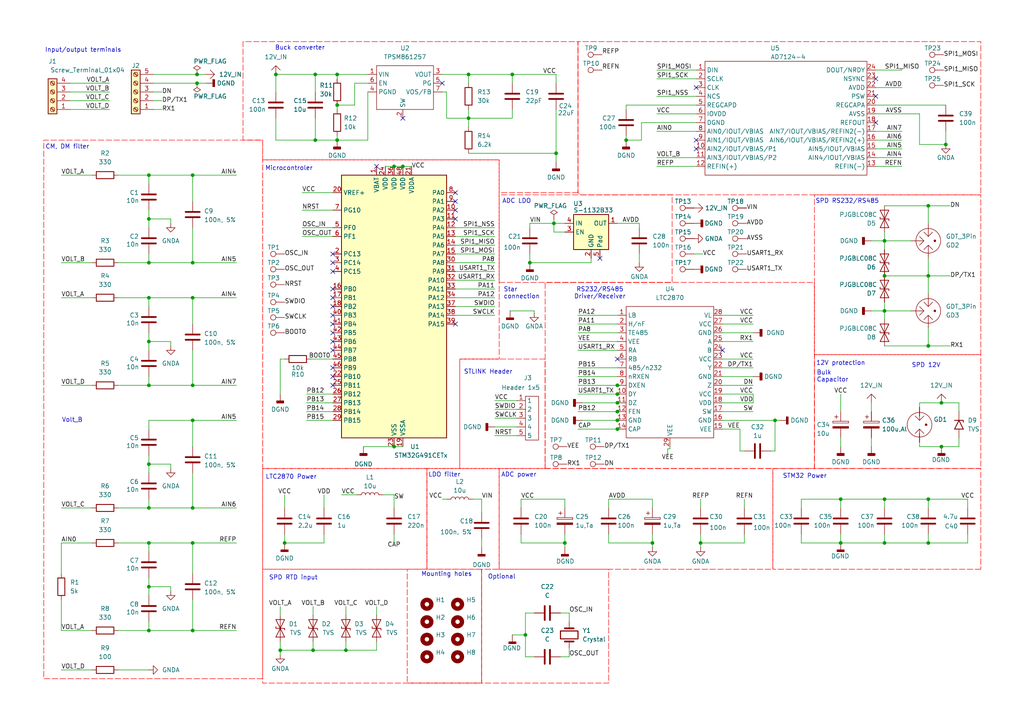
<source format=kicad_sch>
(kicad_sch (version 20250114) (generator "eeschema") (generator_version "9.0")
  (paper "A4")
  (title_block (title "Precise Temperature Measurement Board"))
  (text "Microcontroler" (at 83.82 48.895 0) (effects (font (size 1.27 1.27))))
  (text "SPD 12V\n" (at 268.605 106.045 0) (effects (font (size 1.27 1.27))))
  (text "CM, DM filter\n" (at 19.558 42.672 0) (effects (font (size 1.27 1.27))))
  (text "Buck converter" (at 86.995 13.97 0) (effects (font (size 1.27 1.27))))
  (text "Star \nconnection\n" (at 146.05 85.09 0) (effects (font (size 1.27 1.27)) (justify left)))
  (text "SPD RTD input" (at 85.09 167.64 0) (effects (font (size 1.27 1.27))))
  (text "Mounting holes\n\n" (at 129.54 167.64 0) (effects (font (size 1.27 1.27))))
  (text "RS232/RS485\nDriver/Receiver" (at 173.99 85.09 0) (effects (font (size 1.27 1.27))))
  (text "STLINK Header" (at 141.605 107.95 0) (effects (font (size 1.27 1.27))))
  (text "Input/output terminals" (at 24.13 14.605 0) (effects (font (size 1.27 1.27))))
  (text "LTC2870 Power\n" (at 84.455 138.43 0) (effects (font (size 1.27 1.27))))
  (text "ADC LDO\n" (at 149.86 58.42 0) (effects (font (size 1.27 1.27))))
  (text "SPD RS232/RS485\n" (at 245.745 58.42 0) (effects (font (size 1.27 1.27))))
  (text "LDO filter\n" (at 128.905 137.795 0) (effects (font (size 1.27 1.27))))
  (text "Optional" (at 145.542 167.386 0) (effects (font (size 1.27 1.27))))
  (text "STM32 Power\n" (at 233.426 138.176 0) (effects (font (size 1.27 1.27))))
  (text "ADC power\n" (at 150.495 137.795 0) (effects (font (size 1.27 1.27))))
  (text "Bulk\nCapacitor" (at 236.855 109.22 0) (effects (font (size 1.27 1.27)) (justify left)))
  (text "12V protection" (at 243.84 105.41 0) (effects (font (size 1.27 1.27))))
  (text "Volt_B\n" (at 20.955 121.92 0) (effects (font (size 1.27 1.27))))
  (junction (at 269.24 80.01))
  (junction (at 43.18 157.48))
  (junction (at 80.01 21.59))
  (junction (at 179.07 114.3))
  (junction (at 243.84 144.78))
  (junction (at 97.79 30.48))
  (junction (at 135.89 21.59))
  (junction (at 43.18 63.5))
  (junction (at 43.18 99.06))
  (junction (at 224.79 121.92))
  (junction (at 256.54 90.17))
  (junction (at 114.3 129.54))
  (junction (at 43.18 86.36))
  (junction (at 55.88 76.2))
  (junction (at 179.07 121.92))
  (junction (at 55.88 157.48))
  (junction (at 55.88 182.88))
  (junction (at 82.55 157.48))
  (junction (at 273.05 116.84))
  (junction (at 256.54 69.85))
  (junction (at 55.88 86.36))
  (junction (at 163.83 157.48))
  (junction (at 97.79 21.59))
  (junction (at 256.54 80.01))
  (junction (at 269.24 144.78))
  (junction (at 100.33 188.595))
  (junction (at 43.18 147.32))
  (junction (at 43.18 76.2))
  (junction (at 81.28 188.595))
  (junction (at 43.18 170.18))
  (junction (at 114.3 48.26))
  (junction (at 55.88 121.92))
  (junction (at 273.05 129.54))
  (junction (at 90.805 188.595))
  (junction (at 160.655 64.77))
  (junction (at 97.79 40.64))
  (junction (at 55.88 147.32))
  (junction (at 179.07 119.38))
  (junction (at 161.29 44.45))
  (junction (at 256.54 144.78))
  (junction (at 55.88 50.8))
  (junction (at 43.18 50.8))
  (junction (at 135.89 34.29))
  (junction (at 153.67 76.2))
  (junction (at 179.07 124.46))
  (junction (at 91.44 21.59))
  (junction (at 179.07 111.76))
  (junction (at 148.59 21.59))
  (junction (at 203.2 157.48))
  (junction (at 256.54 157.48))
  (junction (at 43.18 182.88))
  (junction (at 152.4 184.15))
  (junction (at 269.24 59.69))
  (junction (at 57.15 24.13))
  (junction (at 243.84 157.48))
  (junction (at 43.18 134.62))
  (junction (at 181.61 40.64))
  (junction (at 43.18 111.76))
  (junction (at 189.23 157.48))
  (junction (at 179.07 116.84))
  (junction (at 57.15 21.59))
  (junction (at 269.24 157.48))
  (junction (at 269.24 100.33))
  (junction (at 116.84 48.26))
  (junction (at 55.88 111.76))
  (junction (at 91.44 40.64))
  (junction (at 274.32 41.91))
  (no_connect (at 209.55 101.6))
  (no_connect (at 201.93 43.18))
  (no_connect (at 132.08 55.88))
  (no_connect (at 96.52 111.76))
  (no_connect (at 254 27.94))
  (no_connect (at 96.52 83.82))
  (no_connect (at 254 35.56))
  (no_connect (at 96.52 91.44))
  (no_connect (at 96.52 73.66))
  (no_connect (at 96.52 96.52))
  (no_connect (at 132.08 58.42))
  (no_connect (at 96.52 78.74))
  (no_connect (at 173.99 74.93))
  (no_connect (at 96.52 86.36))
  (no_connect (at 132.08 63.5))
  (no_connect (at 96.52 88.9))
  (no_connect (at 128.27 24.13))
  (no_connect (at 96.52 99.06))
  (no_connect (at 109.22 48.26))
  (no_connect (at 201.93 40.64))
  (no_connect (at 96.52 76.2))
  (no_connect (at 132.08 93.98))
  (no_connect (at 254 22.86))
  (no_connect (at 179.07 104.14))
  (no_connect (at 96.52 93.98))
  (no_connect (at 132.08 60.96))
  (no_connect (at 96.52 109.22))
  (no_connect (at 116.84 34.29))
  (no_connect (at 96.52 106.68))
  (no_connect (at 96.52 101.6))
  (no_connect (at 201.93 25.4))
  (wire (pts (xy 186.055 35.56) (xy 186.055 40.64)))
  (wire (pts (xy 254 30.48) (xy 274.32 30.48)))
  (wire (pts (xy 128.27 144.78) (xy 129.54 144.78)))
  (wire (pts (xy 43.18 86.36) (xy 55.88 86.36)))
  (wire (pts (xy 43.18 182.88) (xy 55.88 182.88)))
  (wire (pts (xy 34.29 111.76) (xy 43.18 111.76)))
  (wire (pts (xy 209.55 93.98) (xy 218.44 93.98)))
  (wire (pts (xy 132.08 86.36) (xy 143.51 86.36)))
  (wire (pts (xy 49.53 170.18) (xy 49.53 171.45)))
  (wire (pts (xy 20.32 31.75) (xy 31.75 31.75)))
  (wire (pts (xy 273.05 116.84) (xy 278.13 116.84)))
  (wire (pts (xy 17.78 182.88) (xy 26.67 182.88)))
  (wire (pts (xy 34.29 50.8) (xy 43.18 50.8)))
  (wire (pts (xy 167.64 101.6) (xy 179.07 101.6)))
  (wire (pts (xy 209.55 111.76) (xy 218.44 111.76)))
  (wire (pts (xy 55.88 147.32) (xy 68.58 147.32)))
  (wire (pts (xy 256.54 80.01) (xy 269.24 80.01)))
  (wire (pts (xy 189.23 144.78) (xy 189.23 147.32)))
  (wire (pts (xy 17.78 76.2) (xy 26.67 76.2)))
  (wire (pts (xy 129.54 26.67) (xy 129.54 34.29)))
  (wire (pts (xy 179.705 121.92) (xy 179.07 121.92)))
  (wire (pts (xy 34.29 76.2) (xy 43.18 76.2)))
  (wire (pts (xy 26.67 50.8) (xy 17.78 50.8)))
  (wire (pts (xy 189.23 158.75) (xy 189.23 157.48)))
  (wire (pts (xy 132.08 81.28) (xy 143.51 81.28)))
  (wire (pts (xy 186.055 35.56) (xy 201.93 35.56)))
  (wire (pts (xy 209.55 119.38) (xy 218.44 119.38)))
  (wire (pts (xy 91.44 40.64) (xy 97.79 40.64)))
  (wire (pts (xy 167.64 114.3) (xy 179.07 114.3)))
  (wire (pts (xy 254 48.26) (xy 261.62 48.26)))
  (wire (pts (xy 269.24 154.94) (xy 269.24 157.48)))
  (wire (pts (xy 55.88 86.36) (xy 68.58 86.36)))
  (wire (pts (xy 55.88 121.92) (xy 68.58 121.92)))
  (wire (pts (xy 90.805 175.895) (xy 90.805 178.435)))
  (wire (pts (xy 254 40.64) (xy 261.62 40.64)))
  (wire (pts (xy 80.01 40.64) (xy 91.44 40.64)))
  (wire (pts (xy 106.68 26.67) (xy 106.68 40.64)))
  (wire (pts (xy 88.9 114.3) (xy 96.52 114.3)))
  (wire (pts (xy 90.805 186.055) (xy 90.805 188.595)))
  (wire (pts (xy 215.9 130.81) (xy 214.63 130.81)))
  (wire (pts (xy 190.5 45.72) (xy 201.93 45.72)))
  (wire (pts (xy 17.78 111.76) (xy 26.67 111.76)))
  (wire (pts (xy 154.94 90.17) (xy 147.955 90.17)))
  (wire (pts (xy 43.18 157.48) (xy 55.88 157.48)))
  (wire (pts (xy 49.53 63.5) (xy 43.18 63.5)))
  (wire (pts (xy 111.76 48.26) (xy 114.3 48.26)))
  (wire (pts (xy 176.53 157.48) (xy 189.23 157.48)))
  (wire (pts (xy 266.7 129.54) (xy 273.05 129.54)))
  (wire (pts (xy 34.29 157.48) (xy 43.18 157.48)))
  (wire (pts (xy 97.79 22.86) (xy 97.79 21.59)))
  (wire (pts (xy 43.18 170.18) (xy 43.18 172.72)))
  (wire (pts (xy 49.53 63.5) (xy 49.53 64.77)))
  (wire (pts (xy 269.24 144.78) (xy 269.24 147.32)))
  (wire (pts (xy 266.7 33.02) (xy 266.7 41.91)))
  (wire (pts (xy 243.84 147.32) (xy 243.84 144.78)))
  (wire (pts (xy 82.55 143.51) (xy 82.55 147.32)))
  (wire (pts (xy 278.13 127) (xy 278.13 129.54)))
  (wire (pts (xy 43.18 109.22) (xy 43.18 111.76)))
  (wire (pts (xy 256.54 69.85) (xy 256.54 67.31)))
  (wire (pts (xy 256.54 144.78) (xy 269.24 144.78)))
  (wire (pts (xy 91.44 34.29) (xy 91.44 40.64)))
  (wire (pts (xy 151.13 157.48) (xy 163.83 157.48)))
  (wire (pts (xy 209.55 114.3) (xy 218.44 114.3)))
  (wire (pts (xy 43.18 167.64) (xy 43.18 170.18)))
  (wire (pts (xy 224.79 121.92) (xy 226.06 121.92)))
  (wire (pts (xy 266.7 116.84) (xy 266.7 118.11)))
  (wire (pts (xy 163.83 154.94) (xy 163.83 157.48)))
  (wire (pts (xy 80.01 21.59) (xy 80.01 26.67)))
  (wire (pts (xy 163.83 144.78) (xy 163.83 147.32)))
  (wire (pts (xy 135.89 34.29) (xy 135.89 36.83)))
  (wire (pts (xy 273.05 129.54) (xy 278.13 129.54)))
  (wire (pts (xy 20.32 29.21) (xy 31.75 29.21)))
  (wire (pts (xy 162.56 177.8) (xy 165.1 177.8)))
  (wire (pts (xy 91.44 21.59) (xy 91.44 26.67)))
  (wire (pts (xy 128.27 21.59) (xy 135.89 21.59)))
  (wire (pts (xy 243.84 157.48) (xy 256.54 157.48)))
  (wire (pts (xy 274.32 38.1) (xy 274.32 41.91)))
  (wire (pts (xy 203.2 144.78) (xy 203.2 147.32)))
  (wire (pts (xy 256.54 59.69) (xy 269.24 59.69)))
  (wire (pts (xy 190.5 27.94) (xy 201.93 27.94)))
  (wire (pts (xy 49.53 134.62) (xy 43.18 134.62)))
  (wire (pts (xy 55.88 157.48) (xy 68.58 157.48)))
  (wire (pts (xy 44.45 21.59) (xy 57.15 21.59)))
  (wire (pts (xy 203.2 158.75) (xy 203.2 157.48)))
  (wire (pts (xy 81.28 175.895) (xy 81.28 178.435)))
  (wire (pts (xy 181.61 39.37) (xy 181.61 40.64)))
  (wire (pts (xy 190.5 22.86) (xy 201.93 22.86)))
  (wire (pts (xy 179.07 64.77) (xy 185.42 64.77)))
  (wire (pts (xy 26.67 86.36) (xy 17.78 86.36)))
  (wire (pts (xy 209.55 124.46) (xy 214.63 124.46)))
  (wire (pts (xy 43.18 60.96) (xy 43.18 63.5)))
  (wire (pts (xy 161.29 31.75) (xy 161.29 44.45)))
  (wire (pts (xy 168.91 121.92) (xy 179.07 121.92)))
  (wire (pts (xy 88.9 121.92) (xy 96.52 121.92)))
  (wire (pts (xy 91.44 21.59) (xy 97.79 21.59)))
  (wire (pts (xy 93.98 143.51) (xy 93.98 147.32)))
  (wire (pts (xy 49.53 99.06) (xy 43.18 99.06)))
  (wire (pts (xy 214.63 130.81) (xy 214.63 124.46)))
  (wire (pts (xy 280.67 147.32) (xy 280.67 144.78)))
  (wire (pts (xy 59.69 21.59) (xy 57.15 21.59)))
  (wire (pts (xy 153.67 73.66) (xy 153.67 76.2)))
  (wire (pts (xy 165.1 187.96) (xy 165.1 190.5)))
  (wire (pts (xy 49.53 134.62) (xy 49.53 135.89)))
  (wire (pts (xy 43.18 50.8) (xy 55.88 50.8)))
  (wire (pts (xy 139.7 156.21) (xy 139.7 158.75)))
  (wire (pts (xy 254 38.1) (xy 261.62 38.1)))
  (wire (pts (xy 266.7 116.84) (xy 273.05 116.84)))
  (wire (pts (xy 167.64 99.06) (xy 179.07 99.06)))
  (wire (pts (xy 185.42 73.66) (xy 185.42 76.2)))
  (wire (pts (xy 209.55 99.06) (xy 218.44 99.06)))
  (wire (pts (xy 224.79 130.81) (xy 223.52 130.81)))
  (wire (pts (xy 80.01 34.29) (xy 80.01 40.64)))
  (wire (pts (xy 224.79 121.92) (xy 224.79 130.81)))
  (wire (pts (xy 82.55 104.14) (xy 81.28 104.14)))
  (wire (pts (xy 26.67 157.48) (xy 17.78 157.48)))
  (wire (pts (xy 190.5 33.02) (xy 201.93 33.02)))
  (wire (pts (xy 55.88 93.98) (xy 55.88 86.36)))
  (wire (pts (xy 81.28 188.595) (xy 90.805 188.595)))
  (wire (pts (xy 209.55 91.44) (xy 218.44 91.44)))
  (wire (pts (xy 49.53 99.06) (xy 49.53 100.33)))
  (wire (pts (xy 256.54 92.71) (xy 256.54 90.17)))
  (wire (pts (xy 132.08 91.44) (xy 143.51 91.44)))
  (wire (pts (xy 148.59 21.59) (xy 161.29 21.59)))
  (wire (pts (xy 256.54 100.33) (xy 269.24 100.33)))
  (wire (pts (xy 100.33 188.595) (xy 109.22 188.595)))
  (wire (pts (xy 218.44 114.3) (xy 218.44 116.84)))
  (wire (pts (xy 194.31 130.175) (xy 193.675 130.175)))
  (wire (pts (xy 114.3 143.51) (xy 114.3 147.32)))
  (wire (pts (xy 55.88 129.54) (xy 55.88 121.92)))
  (wire (pts (xy 143.51 116.205) (xy 149.86 116.205)))
  (wire (pts (xy 163.83 157.48) (xy 163.83 158.75)))
  (wire (pts (xy 111.125 143.51) (xy 114.3 143.51)))
  (wire (pts (xy 190.5 38.1) (xy 201.93 38.1)))
  (wire (pts (xy 179.705 111.76) (xy 179.07 111.76)))
  (wire (pts (xy 254 33.02) (xy 266.7 33.02)))
  (wire (pts (xy 153.67 64.77) (xy 160.655 64.77)))
  (wire (pts (xy 129.54 34.29) (xy 135.89 34.29)))
  (wire (pts (xy 55.88 66.04) (xy 55.88 76.2)))
  (wire (pts (xy 55.88 137.16) (xy 55.88 147.32)))
  (wire (pts (xy 176.53 147.32) (xy 176.53 144.78)))
  (wire (pts (xy 269.24 95.25) (xy 269.24 100.33)))
  (wire (pts (xy 143.51 123.825) (xy 149.86 123.825)))
  (wire (pts (xy 252.73 127) (xy 252.73 129.54)))
  (wire (pts (xy 280.67 154.94) (xy 280.67 157.48)))
  (wire (pts (xy 137.16 144.78) (xy 139.7 144.78)))
  (wire (pts (xy 55.88 76.2) (xy 68.58 76.2)))
  (wire (pts (xy 209.55 116.84) (xy 218.44 116.84)))
  (wire (pts (xy 179.705 124.46) (xy 179.07 124.46)))
  (wire (pts (xy 256.54 90.17) (xy 256.54 87.63)))
  (wire (pts (xy 266.7 41.91) (xy 274.32 41.91)))
  (wire (pts (xy 80.01 21.59) (xy 91.44 21.59)))
  (wire (pts (xy 193.675 130.175) (xy 193.675 132.08)))
  (wire (pts (xy 167.64 91.44) (xy 179.07 91.44)))
  (wire (pts (xy 99.06 143.51) (xy 103.505 143.51)))
  (wire (pts (xy 176.53 154.94) (xy 176.53 157.48)))
  (wire (pts (xy 215.9 157.48) (xy 215.9 154.94)))
  (wire (pts (xy 87.63 68.58) (xy 96.52 68.58)))
  (wire (pts (xy 148.59 34.29) (xy 135.89 34.29)))
  (wire (pts (xy 135.89 31.75) (xy 135.89 34.29)))
  (wire (pts (xy 243.84 119.38) (xy 243.84 114.3)))
  (wire (pts (xy 143.51 121.285) (xy 149.86 121.285)))
  (wire (pts (xy 20.32 24.13) (xy 31.75 24.13)))
  (wire (pts (xy 209.55 96.52) (xy 218.44 96.52)))
  (wire (pts (xy 43.18 134.62) (xy 43.18 137.16)))
  (wire (pts (xy 114.3 129.54) (xy 116.84 129.54)))
  (wire (pts (xy 90.805 188.595) (xy 100.33 188.595)))
  (wire (pts (xy 269.24 144.78) (xy 280.67 144.78)))
  (wire (pts (xy 109.22 175.895) (xy 109.22 178.435)))
  (wire (pts (xy 43.18 99.06) (xy 43.18 101.6)))
  (wire (pts (xy 160.655 64.77) (xy 160.655 67.31)))
  (wire (pts (xy 43.18 147.32) (xy 55.88 147.32)))
  (wire (pts (xy 97.79 40.64) (xy 106.68 40.64)))
  (wire (pts (xy 43.18 96.52) (xy 43.18 99.06)))
  (wire (pts (xy 269.24 100.33) (xy 275.59 100.33)))
  (wire (pts (xy 167.64 119.38) (xy 179.07 119.38)))
  (wire (pts (xy 152.4 184.15) (xy 152.4 177.8)))
  (wire (pts (xy 209.55 104.14) (xy 218.44 104.14)))
  (wire (pts (xy 185.42 64.77) (xy 185.42 66.04)))
  (wire (pts (xy 161.29 21.59) (xy 161.29 24.13)))
  (wire (pts (xy 43.18 180.34) (xy 43.18 182.88)))
  (wire (pts (xy 179.705 114.3) (xy 179.07 114.3)))
  (wire (pts (xy 97.79 30.48) (xy 97.79 31.75)))
  (wire (pts (xy 181.61 30.48) (xy 201.93 30.48)))
  (wire (pts (xy 153.67 76.2) (xy 171.45 76.2)))
  (wire (pts (xy 49.53 170.18) (xy 43.18 170.18)))
  (wire (pts (xy 17.78 173.99) (xy 17.78 182.88)))
  (wire (pts (xy 243.84 157.48) (xy 232.41 157.48)))
  (wire (pts (xy 256.54 157.48) (xy 269.24 157.48)))
  (wire (pts (xy 34.29 147.32) (xy 43.18 147.32)))
  (wire (pts (xy 90.17 104.14) (xy 96.52 104.14)))
  (wire (pts (xy 269.24 59.69) (xy 275.59 59.69)))
  (wire (pts (xy 152.4 177.8) (xy 154.94 177.8)))
  (wire (pts (xy 88.9 116.84) (xy 96.52 116.84)))
  (wire (pts (xy 254 43.18) (xy 261.62 43.18)))
  (wire (pts (xy 203.2 157.48) (xy 215.9 157.48)))
  (wire (pts (xy 163.83 67.31) (xy 160.655 67.31)))
  (wire (pts (xy 55.88 50.8) (xy 68.58 50.8)))
  (wire (pts (xy 44.45 24.13) (xy 57.15 24.13)))
  (wire (pts (xy 55.88 182.88) (xy 68.58 182.88)))
  (wire (pts (xy 132.08 78.74) (xy 143.51 78.74)))
  (wire (pts (xy 59.69 24.13) (xy 57.15 24.13)))
  (wire (pts (xy 34.29 86.36) (xy 43.18 86.36)))
  (wire (pts (xy 139.7 144.78) (xy 139.7 148.59)))
  (wire (pts (xy 152.4 190.5) (xy 152.4 184.15)))
  (wire (pts (xy 102.87 30.48) (xy 102.87 24.13)))
  (wire (pts (xy 254 20.32) (xy 261.62 20.32)))
  (wire (pts (xy 201.295 73.66) (xy 203.835 73.66)))
  (wire (pts (xy 143.51 118.745) (xy 149.86 118.745)))
  (wire (pts (xy 148.59 21.59) (xy 148.59 24.13)))
  (wire (pts (xy 148.59 31.75) (xy 148.59 34.29)))
  (wire (pts (xy 167.64 109.22) (xy 179.07 109.22)))
  (wire (pts (xy 26.67 194.31) (xy 17.78 194.31)))
  (wire (pts (xy 243.84 144.78) (xy 256.54 144.78)))
  (wire (pts (xy 44.45 29.21) (xy 46.99 29.21)))
  (wire (pts (xy 232.41 144.78) (xy 243.84 144.78)))
  (wire (pts (xy 269.24 80.01) (xy 269.24 85.09)))
  (wire (pts (xy 269.24 59.69) (xy 269.24 64.77)))
  (wire (pts (xy 179.705 119.38) (xy 179.07 119.38)))
  (wire (pts (xy 132.08 68.58) (xy 143.51 68.58)))
  (wire (pts (xy 190.5 20.32) (xy 201.93 20.32)))
  (wire (pts (xy 252.73 90.17) (xy 256.54 90.17)))
  (wire (pts (xy 135.89 44.45) (xy 161.29 44.45)))
  (wire (pts (xy 264.16 69.85) (xy 256.54 69.85)))
  (wire (pts (xy 55.88 101.6) (xy 55.88 111.76)))
  (wire (pts (xy 100.33 175.895) (xy 100.33 178.435)))
  (wire (pts (xy 151.13 147.32) (xy 151.13 144.78)))
  (wire (pts (xy 194.31 129.54) (xy 194.31 130.175)))
  (wire (pts (xy 209.55 106.68) (xy 218.44 106.68)))
  (wire (pts (xy 82.55 154.94) (xy 82.55 157.48)))
  (wire (pts (xy 135.89 21.59) (xy 148.59 21.59)))
  (wire (pts (xy 132.08 83.82) (xy 143.51 83.82)))
  (wire (pts (xy 44.45 26.67) (xy 46.99 26.67)))
  (wire (pts (xy 43.18 132.08) (xy 43.18 134.62)))
  (wire (pts (xy 102.87 24.13) (xy 106.68 24.13)))
  (wire (pts (xy 43.18 160.02) (xy 43.18 157.48)))
  (wire (pts (xy 252.73 119.38) (xy 252.73 116.84)))
  (wire (pts (xy 34.29 194.31) (xy 43.18 194.31)))
  (wire (pts (xy 252.73 69.85) (xy 256.54 69.85)))
  (wire (pts (xy 43.18 121.92) (xy 55.88 121.92)))
  (wire (pts (xy 132.08 66.04) (xy 143.51 66.04)))
  (wire (pts (xy 128.27 26.67) (xy 129.54 26.67)))
  (wire (pts (xy 43.18 73.66) (xy 43.18 76.2)))
  (wire (pts (xy 44.45 31.75) (xy 46.99 31.75)))
  (wire (pts (xy 93.98 154.94) (xy 93.98 157.48)))
  (wire (pts (xy 266.7 128.27) (xy 266.7 129.54)))
  (wire (pts (xy 160.655 64.77) (xy 163.83 64.77)))
  (wire (pts (xy 97.79 39.37) (xy 97.79 40.64)))
  (wire (pts (xy 176.53 144.78) (xy 189.23 144.78)))
  (wire (pts (xy 243.84 154.94) (xy 243.84 157.48)))
  (wire (pts (xy 114.3 154.94) (xy 114.3 157.48)))
  (wire (pts (xy 43.18 53.34) (xy 43.18 50.8)))
  (wire (pts (xy 135.89 21.59) (xy 135.89 24.13)))
  (wire (pts (xy 43.18 124.46) (xy 43.18 121.92)))
  (wire (pts (xy 215.9 144.78) (xy 215.9 147.32)))
  (wire (pts (xy 171.45 76.2) (xy 171.45 74.93)))
  (wire (pts (xy 100.33 186.055) (xy 100.33 188.595)))
  (wire (pts (xy 189.23 154.94) (xy 189.23 157.48)))
  (wire (pts (xy 105.41 129.54) (xy 114.3 129.54)))
  (wire (pts (xy 179.705 116.84) (xy 179.07 116.84)))
  (wire (pts (xy 43.18 111.76) (xy 55.88 111.76)))
  (wire (pts (xy 43.18 63.5) (xy 43.18 66.04)))
  (wire (pts (xy 55.88 111.76) (xy 68.58 111.76)))
  (wire (pts (xy 167.64 106.68) (xy 179.07 106.68)))
  (wire (pts (xy 55.88 166.37) (xy 55.88 157.48)))
  (wire (pts (xy 203.2 154.94) (xy 203.2 157.48)))
  (wire (pts (xy 167.64 93.98) (xy 179.07 93.98)))
  (wire (pts (xy 87.63 60.96) (xy 96.52 60.96)))
  (wire (pts (xy 167.64 124.46) (xy 179.07 124.46)))
  (wire (pts (xy 269.24 80.01) (xy 275.59 80.01)))
  (wire (pts (xy 81.28 104.14) (xy 81.28 114.3)))
  (wire (pts (xy 151.13 144.78) (xy 163.83 144.78)))
  (wire (pts (xy 161.29 44.45) (xy 161.29 46.99)))
  (wire (pts (xy 88.9 119.38) (xy 96.52 119.38)))
  (wire (pts (xy 264.16 90.17) (xy 256.54 90.17)))
  (wire (pts (xy 87.63 66.04) (xy 96.52 66.04)))
  (wire (pts (xy 256.54 144.78) (xy 256.54 147.32)))
  (wire (pts (xy 269.24 157.48) (xy 280.67 157.48)))
  (wire (pts (xy 81.28 188.595) (xy 81.28 189.865)))
  (wire (pts (xy 114.3 48.26) (xy 116.84 48.26)))
  (wire (pts (xy 254 45.72) (xy 261.62 45.72)))
  (wire (pts (xy 132.08 71.12) (xy 143.51 71.12)))
  (wire (pts (xy 167.64 111.76) (xy 179.07 111.76)))
  (wire (pts (xy 17.78 157.48) (xy 17.78 166.37)))
  (wire (pts (xy 153.67 64.77) (xy 153.67 66.04)))
  (wire (pts (xy 254 25.4) (xy 261.62 25.4)))
  (wire (pts (xy 165.1 180.34) (xy 165.1 177.8)))
  (wire (pts (xy 154.94 90.805) (xy 154.94 90.17)))
  (wire (pts (xy 17.78 147.32) (xy 26.67 147.32)))
  (wire (pts (xy 132.08 76.2) (xy 143.51 76.2)))
  (wire (pts (xy 43.18 144.78) (xy 43.18 147.32)))
  (wire (pts (xy 181.61 30.48) (xy 181.61 31.75)))
  (wire (pts (xy 209.55 109.22) (xy 218.44 109.22)))
  (wire (pts (xy 167.64 96.52) (xy 179.07 96.52)))
  (wire (pts (xy 232.41 157.48) (xy 232.41 154.94)))
  (wire (pts (xy 55.88 58.42) (xy 55.88 50.8)))
  (wire (pts (xy 20.32 26.67) (xy 31.75 26.67)))
  (wire (pts (xy 190.5 48.26) (xy 201.93 48.26)))
  (wire (pts (xy 162.56 190.5) (xy 165.1 190.5)))
  (wire (pts (xy 256.54 72.39) (xy 256.54 69.85)))
  (wire (pts (xy 160.655 63.5) (xy 160.655 64.77)))
  (wire (pts (xy 243.84 127) (xy 243.84 129.54)))
  (wire (pts (xy 55.88 173.99) (xy 55.88 182.88)))
  (wire (pts (xy 151.13 154.94) (xy 151.13 157.48)))
  (wire (pts (xy 116.84 48.26) (xy 119.38 48.26)))
  (wire (pts (xy 132.08 88.9) (xy 143.51 88.9)))
  (wire (pts (xy 186.055 40.64) (xy 181.61 40.64)))
  (wire (pts (xy 168.91 116.84) (xy 179.07 116.84)))
  (wire (pts (xy 97.79 21.59) (xy 106.68 21.59)))
  (wire (pts (xy 109.22 186.055) (xy 109.22 188.595)))
  (wire (pts (xy 97.79 30.48) (xy 102.87 30.48)))
  (wire (pts (xy 278.13 119.38) (xy 278.13 116.84)))
  (wire (pts (xy 81.28 186.055) (xy 81.28 188.595)))
  (wire (pts (xy 132.08 73.66) (xy 143.51 73.66)))
  (wire (pts (xy 256.54 154.94) (xy 256.54 157.48)))
  (wire (pts (xy 34.29 182.88) (xy 43.18 182.88)))
  (wire (pts (xy 93.98 157.48) (xy 82.55 157.48)))
  (wire (pts (xy 87.63 55.88) (xy 96.52 55.88)))
  (wire (pts (xy 43.18 88.9) (xy 43.18 86.36)))
  (wire (pts (xy 154.94 190.5) (xy 152.4 190.5)))
  (wire (pts (xy 209.55 121.92) (xy 224.79 121.92)))
  (wire (pts (xy 269.24 74.93) (xy 269.24 80.01)))
  (wire (pts (xy 232.41 147.32) (xy 232.41 144.78)))
  (wire (pts (xy 143.51 126.365) (xy 149.86 126.365)))
  (wire (pts (xy 43.18 76.2) (xy 55.88 76.2)))
  (wire (pts (xy 148.59 184.15) (xy 152.4 184.15)))
  (label "SWCLK" (at 143.51 121.285 0))
  (label "SWDIO" (at 143.51 88.9 180))
  (label "VCC" (at 218.44 104.14 180))
  (label "CAP" (at 114.3 157.48 0))
  (label "VDD" (at 218.44 116.84 180))
  (label "DN" (at 175.26 134.62 0))
  (label "DP{slash}TX1" (at 218.44 106.68 180))
  (label "PA8" (at 167.64 96.52 0))
  (label "OSC_OUT" (at 82.55 78.105 0))
  (label "VEE" (at 164.465 129.54 0))
  (label "OSC_IN" (at 82.55 73.66 0))
  (label "REFP" (at 174.625 15.875 0))
  (label "REFN" (at 68.58 182.88 180))
  (label "NRST" (at 87.63 60.96 0))
  (label "VOLT_A" (at 17.78 50.8 0))
  (label "CAP" (at 167.64 124.46 0))
  (label "VIN" (at 139.7 144.78 0))
  (label "REFN" (at 215.9 144.78 0))
  (label "PB15" (at 88.9 121.92 0))
  (label "VCC" (at 243.84 114.3 0))
  (label "AIN7" (at 261.62 38.1 180))
  (label "VCC" (at 280.67 144.78 0))
  (label "REFP" (at 203.2 144.78 0))
  (label "AIN5" (at 68.58 121.92 180))
  (label "VOLT_B" (at 90.805 175.895 0))
  (label "AIN5" (at 68.58 76.2 180))
  (label "USART1_RX" (at 216.535 73.66 0))
  (label "SPI1_MOSI" (at 273.685 15.875 0))
  (label "DP{slash}TX1" (at 175.26 129.54 0))
  (label "AIN0" (at 190.5 38.1 0))
  (label "AVSS" (at 261.62 33.02 180))
  (label "BOOT0" (at 92.71 104.14 0))
  (label "SPI1_SCK" (at 143.51 68.58 180))
  (label "VOLT_D" (at 17.78 111.76 0))
  (label "VCC" (at 82.55 143.51 0))
  (label "RX1" (at 218.44 99.06 180))
  (label "VOLT_B" (at 190.5 45.72 0))
  (label "REFP" (at 68.58 157.48 180))
  (label "VOLT_D" (at 17.78 194.31 0))
  (label "VCC" (at 119.38 48.26 0))
  (label "USART1_RX" (at 167.64 101.6 0))
  (label "AIN4" (at 261.62 45.72 180))
  (label "VOLT_C" (at 31.75 29.21 180))
  (label "PB13" (at 167.64 111.76 0))
  (label "VOLT_D" (at 31.75 31.75 180))
  (label "VEE" (at 193.675 132.08 0))
  (label "AIN4" (at 68.58 50.8 180))
  (label "SPI1_SCK" (at 190.5 22.86 0))
  (label "SWDIO" (at 82.55 87.63 0))
  (label "DP{slash}TX1" (at 46.99 29.21 0))
  (label "NRST" (at 143.51 126.365 0))
  (label "DN" (at 218.44 111.76 180))
  (label "PA12" (at 167.64 91.44 0))
  (label "RX1" (at 46.99 31.75 0))
  (label "SPI1_SCK" (at 273.685 24.765 0))
  (label "USART1_TX" (at 143.51 78.74 180))
  (label "AVDD" (at 176.53 144.78 0))
  (label "VOLT_B" (at 17.78 76.2 0))
  (label "VIN" (at 216.535 60.325 0))
  (label "SW" (at 114.3 143.51 0))
  (label "DN" (at 46.99 26.67 0))
  (label "PA12" (at 143.51 86.36 180))
  (label "DP{slash}TX1" (at 275.59 80.01 0))
  (label "SPI1_MOSI" (at 143.51 73.66 180))
  (label "VCC" (at 87.63 55.88 0))
  (label "VCC" (at 203.835 73.66 0))
  (label "AVDD" (at 261.62 25.4 180))
  (label "REFN" (at 174.625 20.32 0))
  (label "OSC_OUT" (at 165.1 190.5 0))
  (label "RX1" (at 164.465 134.62 0))
  (label "USART1_RX" (at 143.51 81.28 180))
  (label "USART1_TX" (at 216.535 78.105 0))
  (label "AIN7" (at 68.58 111.76 180))
  (label "OSC_OUT" (at 87.63 68.58 0))
  (label "AIN6" (at 261.62 40.64 180))
  (label "SPI1_NSS" (at 190.5 27.94 0))
  (label "AVDD" (at 185.42 64.77 180))
  (label "AIN0" (at 17.78 157.48 0))
  (label "PB13" (at 88.9 116.84 0))
  (label "OSC_IN" (at 87.63 66.04 0))
  (label "VCC" (at 128.27 144.78 180))
  (label "BOOT0" (at 82.55 96.52 0))
  (label "VOLT_A" (at 17.78 86.36 0))
  (label "SPI1_MOSI" (at 190.5 20.32 0))
  (label "OSC_IN" (at 165.1 177.8 0))
  (label "PA8" (at 143.51 76.2 180))
  (label "PA11" (at 167.64 93.98 0))
  (label "VOLT_C" (at 17.78 147.32 0))
  (label "AVSS" (at 216.535 69.215 0))
  (label "PB15" (at 167.64 106.68 0))
  (label "VCC" (at 218.44 93.98 180))
  (label "PB14" (at 167.64 109.22 0))
  (label "REFN" (at 261.62 48.26 180))
  (label "AIN6" (at 68.58 147.32 180))
  (label "PA11" (at 143.51 83.82 180))
  (label "DN" (at 275.59 59.69 0))
  (label "VOLT_A" (at 17.78 182.88 0))
  (label "NRST" (at 82.55 82.55 0))
  (label "VOLT_A" (at 81.28 175.895 0))
  (label "SPI1_MISO" (at 143.51 71.12 180))
  (label "VCC" (at 218.44 91.44 180))
  (label "SPI1_NSS" (at 143.51 66.04 180))
  (label "USART1_TX" (at 167.64 114.3 0))
  (label "SWCLK" (at 143.51 91.44 180))
  (label "PB14" (at 88.9 119.38 0))
  (label "VCC" (at 143.51 116.205 0))
  (label "VOLT_D" (at 109.22 175.895 0))
  (label "AVDD" (at 216.535 64.77 0))
  (label "VCC" (at 190.5 33.02 0))
  (label "SWDIO" (at 143.51 118.745 0))
  (label "SW" (at 218.44 119.38 180))
  (label "VOLT_C" (at 100.33 175.895 0))
  (label "VEE" (at 214.63 124.46 180))
  (label "REFP" (at 190.5 48.26 0))
  (label "SPI1_MISO" (at 273.685 20.32 0))
  (label "VCC" (at 218.44 114.3 180))
  (label "VOLT_B" (at 31.75 26.67 180))
  (label "AIN5" (at 261.62 43.18 180))
  (label "VCC" (at 151.13 144.78 0))
  (label "VCC" (at 161.29 21.59 180))
  (label "AIN4" (at 68.58 86.36 180))
  (label "RX1" (at 275.59 100.33 0))
  (label "VIN" (at 153.67 64.77 0))
  (label "PB12" (at 88.9 114.3 0))
  (label "VOLT_A" (at 31.75 24.13 180))
  (label "SWCLK" (at 82.55 92.075 0))
  (label "VEE" (at 167.64 99.06 0))
  (label "PB12" (at 167.64 119.38 0))
  (label "VCC" (at 99.06 143.51 0))
  (label "VDD" (at 93.98 143.51 0))
  (label "SPI1_MISO" (at 261.62 20.32 0))
  (rule_area (polyline (pts (xy 76.2 196.85) (xy 12.7 196.85) (xy 12.7 40.64) (xy 76.2 40.64)) (stroke (width 0) (type dash))))
  (rule_area (polyline (pts (xy 236.22 102.87) (xy 236.22 56.515) (xy 284.48 56.515) (xy 284.48 102.87)) (stroke (width 0) (type dash))))
  (rule_area (polyline (pts (xy 158.115 135.89) (xy 236.22 135.89) (xy 236.22 81.915) (xy 158.115 81.915)) (stroke (width 0) (type dash))))
  (rule_area (polyline (pts (xy 176.53 165.1) (xy 139.7 165.1) (xy 139.7 198.12) (xy 176.53 198.12)) (stroke (width 0) (type dash))))
  (rule_area (polyline (pts (xy 139.7 165.1) (xy 118.11 165.1) (xy 118.11 198.12) (xy 139.7 198.12)) (stroke (width 0) (type dash))))
  (rule_area (polyline (pts (xy 139.7 165.1) (xy 76.2 165.1) (xy 76.2 198.12) (xy 139.7 198.12)) (stroke (width 0) (type dash))))
  (rule_area (polyline (pts (xy 284.48 56.515) (xy 168.275 56.515) (xy 167.64 55.88) (xy 167.64 12.065) (xy 284.48 12.065) (xy 284.48 56.1975)) (stroke (width 0) (type dash))))
  (rule_area (polyline (pts (xy 144.78 81.915) (xy 194.945 81.915) (xy 194.945 56.515) (xy 144.78 56.515)) (stroke (width 0) (type dash))))
  (rule_area (polyline (pts (xy 76.2 46.355) (xy 144.78 46.355) (xy 144.78 104.14) (xy 133.35 104.14) (xy 133.35 135.89) (xy 76.2 135.89)) (stroke (width 0) (type dash))))
  (rule_area (polyline (pts (xy 167.64 55.88) (xy 144.78 55.88) (xy 144.78 46.355) (xy 76.2 46.355) (xy 76.2 40.64) (xy 70.485 40.64) (xy 70.485 12.065) (xy 167.64 12.065)) (stroke (width 0) (type dash))))
  (rule_area (polyline (pts (xy 123.825 135.89) (xy 76.2 135.89) (xy 76.2 165.1) (xy 123.825 165.1)) (stroke (width 0) (type dash))))
  (rule_area (polyline (pts (xy 123.825 135.89) (xy 144.78 135.89) (xy 144.78 165.1) (xy 123.825 165.1)) (stroke (width 0) (type dash))))
  (rule_area (polyline (pts (xy 224.155 165.1) (xy 224.155 135.89) (xy 144.78 135.89) (xy 144.78 165.1)) (stroke (width 0) (type dash))))
  (rule_area (polyline (pts (xy 133.35 135.89) (xy 133.35 104.14) (xy 158.115 104.14) (xy 158.115 135.89) (xy 158.115 133.985) (xy 158.115 135.89)) (stroke (width 0) (type dash))))
  (rule_area (polyline (pts (xy 236.22 135.89) (xy 236.22 102.87) (xy 284.48 102.87) (xy 284.48 135.89)) (stroke (width 0) (type dash))))
  (rule_area (polyline (pts (xy 284.48 165.1) (xy 224.155 165.1) (xy 224.155 135.89) (xy 284.48 135.89)) (stroke (width 0) (type dash))))
  (symbol (lib_id "Connector:TestPoint") (at 82.55 96.52 90) (unit 1) (in_bom no)
    (property "Reference" "TP6" (at 79.375 94.615 90))
    (property "Value" "TestPoint" (effects (hide yes)))
    (property "Footprint" "My_footprints:Testpoint" (effects (hide yes)))
    (property "Description" "test point" (effects (hide yes)))
  )
  (symbol (lib_id "My_components:12V_IN") (at 80.01 21.59 0) (unit 1)
    (property "Reference" "#PWR08" (effects (hide yes)))
    (property "Value" "12V_IN" (at 80.01 16.51 0))
  )
  (symbol (lib_id "power:GNDA") (at 203.2 158.75 0) (unit 1)
    (property "Reference" "#PWR031" (effects (hide yes)))
    (property "Value" "GNDA" (at 203.2 162.814 0))
    (property "Description" "Power symbol creates a global label with name \"GNDA\" , analog ground" (effects (hide yes)))
  )
  (symbol (lib_id "Device:C") (at 243.84 151.13 0) (unit 1)
    (property "Reference" "C35" (at 237.49 149.86 0) (effects (justify left)))
    (property "Value" "100n" (at 235.966 152.4 0) (effects (justify left)))
    (property "Footprint" "My_footprints:0603" (effects (hide yes)))
    (property "Description" "Multilayer Ceramic Capacitors MLCC - SMD/SMT 50 V 0.1uF X5R 0603 10%" (effects (hide yes)))
    (property "Part no." "C110022" (effects (hide yes)))
    (property "Manufacturer part no." "CC0603KRX5R9BB104" (effects (hide yes)))
    (property "Supplier" "JLCPCB" (effects (hide yes)))
    (property "Manufacturer" "YAGEO" (effects (hide yes)))
    (property "Price(1000 pcs, eur)" "0.0021" (effects (hide yes)))
    (property "Temp. range (min, max)" "-55,85" (effects (hide yes)))
  )
  (symbol (lib_id "Device:R") (at 17.78 170.18 0) (unit 1)
    (property "Reference" "R1" (at 20.32 168.9099 0) (effects (justify left)))
    (property "Value" "5k" (at 20.32 171.4499 0) (effects (justify left)))
    (property "Footprint" "My_footprints:Resistor_THT" (effects (hide yes)))
    (property "Description" "Metal Foil Resistors - Through Hole Z201T 5Kohms 0.005% .6w" (effects (hide yes)))
    (property "Part no." "71-Z201T5K0000VB" (effects (hide yes)))
    (property "Manufacturer part no." "Y14535K00000V9L" (effects (hide yes)))
    (property "Supplier" "Mouser" (effects (hide yes)))
    (property "Manufacturer" "Vishay" (effects (hide yes)))
    (property "Price(1000 pcs, eur)" "16.43" (effects (hide yes)))
    (property "Temp. range (min, max)" "-55,125" (effects (hide yes)))
  )
  (symbol (lib_id "Connector:TestPoint") (at 82.55 73.66 90) (unit 1) (in_bom no)
    (property "Reference" "TP1" (at 79.375 71.755 90))
    (property "Value" "TestPoint" (effects (hide yes)))
    (property "Footprint" "My_footprints:Testpoint" (effects (hide yes)))
    (property "Description" "test point" (effects (hide yes)))
  )
  (symbol (lib_id "Device:L") (at 133.35 144.78 90) (unit 1)
    (property "Reference" "L2" (at 133.35 139.7 90))
    (property "Value" "10u" (at 133.35 142.24 90))
    (property "Footprint" "My_footprints:0806" (effects (hide yes)))
    (property "Description" "Power Inductors - SMD 963-LSQCA201616T100K RPLCMT PN 0806 10uH 1066mOhmsTol 245mA" (effects (hide yes)))
    (property "Part no." " C79457" (effects (hide yes)))
    (property "Manufacturer part no." " LBC2016T100K" (effects (hide yes)))
    (property "Supplier" "JLCPCB" (effects (hide yes)))
    (property "Manufacturer" "Taiyo Yuden" (effects (hide yes)))
    (property "Price(1000 pcs, eur)" "0.0574" (effects (hide yes)))
    (property "Temp. range (min, max)" "-40,105" (effects (hide yes)))
  )
  (symbol (lib_id "Device:C") (at 43.18 176.53 0) (unit 1)
    (property "Reference" "C8" (at 37.592 175.26 0) (effects (justify left)))
    (property "Value" "10n" (at 36.576 177.546 0) (effects (justify left)))
    (property "Footprint" "My_footprints:0805" (effects (hide yes)))
    (property "Description" "Multilayer Ceramic Capacitors MLCC - SMD/SMT KAF21BR72A103JT NW G LOB PN 100V 0.01uF" (effects (hide yes)))
    (property "Part no." "581-08051C103J4Z2A" (effects (hide yes)))
    (property "Manufacturer part no." " 08051C103J4Z2A" (effects (hide yes)))
    (property "Supplier" "Mouser" (effects (hide yes)))
    (property "Manufacturer" "KYOCERA AVX" (effects (hide yes)))
    (property "Price(1000 pcs, eur)" "0.019" (effects (hide yes)))
    (property "Temp. range (min, max)" "-55,125" (effects (hide yes)))
  )
  (symbol (lib_name "DGND_2") (lib_id "My_components:DGND") (at 181.61 40.64 0) (unit 1) (in_bom no) (on_board no)
    (property "Reference" "#PWR024" (effects (hide yes)))
    (property "Value" "DGND" (at 181.61 45.085 0))
  )
  (symbol (lib_id "Device:C") (at 256.54 151.13 0) (unit 1)
    (property "Reference" "C37" (at 249.555 149.86 0) (effects (justify left)))
    (property "Value" "100n" (at 248.666 152.4 0) (effects (justify left)))
    (property "Footprint" "My_footprints:0603" (effects (hide yes)))
    (property "Description" "Multilayer Ceramic Capacitors MLCC - SMD/SMT 50 V 0.1uF X5R 0603 10%" (effects (hide yes)))
    (property "Part no." "C110022" (effects (hide yes)))
    (property "Manufacturer part no." "CC0603KRX5R9BB104" (effects (hide yes)))
    (property "Supplier" "JLCPCB" (effects (hide yes)))
    (property "Manufacturer" "YAGEO" (effects (hide yes)))
    (property "Price(1000 pcs, eur)" "0.0021" (effects (hide yes)))
    (property "Temp. range (min, max)" "-55,85" (effects (hide yes)))
  )
  (symbol (lib_id "Device:C") (at 55.88 97.79 0) (unit 1)
    (property "Reference" "C10" (at 59.182 96.774 0) (effects (justify left)))
    (property "Value" "100n, 5%" (at 59.182 99.314 0) (effects (justify left)))
    (property "Footprint" "My_footprints:0805" (effects (hide yes)))
    (property "Description" "Multilayer Ceramic Capacitors MLCC - SMD/SMT 0805 0.1uF 50volts X7R 5%" (effects (hide yes)))
    (property "Part no." "77-VJ0805Y104JXARBC " (effects (hide yes)))
    (property "Manufacturer part no." "VJ0805Y104JXARBC " (effects (hide yes)))
    (property "Supplier" "Mouser" (effects (hide yes)))
    (property "Manufacturer" "Vishay" (effects (hide yes)))
    (property "Price(1000 pcs, eur)" "0.046" (effects (hide yes)))
    (property "Temp. range (min, max)" "-55,125" (effects (hide yes)))
  )
  (symbol (lib_id "Device:R") (at 30.48 157.48 270) (unit 1)
    (property "Reference" "R7" (at 30.48 151.13 90))
    (property "Value" "330" (at 30.48 153.67 90))
    (property "Footprint" "My_footprints:0805" (effects (hide yes)))
    (property "Description" "Thick Film Resistors - SMD 330 ohm 1% 150V General Purpose SMT" (effects (hide yes)))
    (property "Part no." "756-WCR0805-330RFI" (effects (hide yes)))
    (property "Manufacturer part no." "WCR0805-330RFI" (effects (hide yes)))
    (property "Supplier" "Mouser" (effects (hide yes)))
    (property "Manufacturer" "Welwyn Components / TT Electronics" (effects (hide yes)))
    (property "Price(1000 pcs, eur)" "0.025" (effects (hide yes)))
    (property "Temp. range (min, max)" "-55,155" (effects (hide yes)))
  )
  (symbol (lib_id "Device:C") (at 93.98 151.13 0) (unit 1)
    (property "Reference" "C16" (at 97.79 149.8599 0) (effects (justify left)))
    (property "Value" "1u" (at 97.79 152.3999 0) (effects (justify left)))
    (property "Footprint" "My_footprints:0805" (effects (hide yes)))
    (property "Description" "Multilayer Ceramic Capacitors MLCC - SMD/SMT 1.0uF +-10% 50V" (effects (hide yes)))
    (property "Part no." " C99915" (effects (hide yes)))
    (property "Manufacturer part no." "0805B105K500CT" (effects (hide yes)))
    (property "Supplier" "JLCPCB" (effects (hide yes)))
    (property "Manufacturer" "Walsin" (effects (hide yes)))
    (property "Price(1000 pcs, eur)" "0.0075" (effects (hide yes)))
    (property "Temp. range (min, max)" "-55,125" (effects (hide yes)))
  )
  (symbol (lib_id "power:PWR_FLAG") (at 57.15 21.59 0) (unit 1)
    (property "Reference" "#FLG01" (effects (hide yes)))
    (property "Value" "PWR_FLAG" (at 60.96 17.78 0))
    (property "Description" "Special symbol for telling ERC where power comes from" (effects (hide yes)))
  )
  (symbol (lib_id "power:GNDA") (at 49.53 171.45 0) (unit 1)
    (property "Reference" "#PWR05" (effects (hide yes)))
    (property "Value" "GNDA" (at 49.53 176.53 0))
    (property "Description" "Power symbol creates a global label with name \"GNDA\" , analog ground" (effects (hide yes)))
  )
  (symbol (lib_id "My_components:12V_IN") (at 201.295 60.325 270) (unit 1)
    (property "Reference" "#PWR027" (effects (hide yes)))
    (property "Value" "12V_IN" (at 204.47 60.3249 90) (effects (justify left)))
  )
  (symbol (lib_name "DGND_2") (lib_id "My_components:DGND") (at 82.55 157.48 0) (unit 1) (in_bom no) (on_board no)
    (property "Reference" "#PWR011" (effects (hide yes)))
    (property "Value" "DGND" (at 82.55 161.925 0))
  )
  (symbol (lib_id "Device:C") (at 43.18 140.97 0) (unit 1)
    (property "Reference" "C6" (at 37.592 139.7 0) (effects (justify left)))
    (property "Value" "10n" (at 36.576 141.986 0) (effects (justify left)))
    (property "Footprint" "My_footprints:0805" (effects (hide yes)))
    (property "Description" "Multilayer Ceramic Capacitors MLCC - SMD/SMT KAF21BR72A103JT NW G LOB PN 100V 0.01uF" (effects (hide yes)))
    (property "Part no." "581-08051C103J4Z2A" (effects (hide yes)))
    (property "Manufacturer part no." " 08051C103J4Z2A" (effects (hide yes)))
    (property "Supplier" "Mouser" (effects (hide yes)))
    (property "Manufacturer" "KYOCERA AVX" (effects (hide yes)))
    (property "Price(1000 pcs, eur)" "0.019" (effects (hide yes)))
    (property "Temp. range (min, max)" "-55,125" (effects (hide yes)))
  )
  (symbol (lib_name "DGND_2") (lib_id "My_components:DGND") (at 201.295 78.105 90) (unit 1) (in_bom no) (on_board no)
    (property "Reference" "#PWR030" (effects (hide yes)))
    (property "Value" "DGND" (at 207.01 78.105 90))
  )
  (symbol (lib_id "Device:C") (at 139.7 152.4 0) (unit 1) (in_bom no)
    (property "Reference" "C18" (at 133.35 151.13 0) (effects (justify left)))
    (property "Value" "100n, 5%" (at 127.635 154.305 0) (effects (justify left)))
    (property "Footprint" "My_footprints:0805" (effects (hide yes)))
    (property "Description" "Multilayer Ceramic Capacitors MLCC - SMD/SMT 0805 0.1uF 50volts X7R 5%" (effects (hide yes)))
    (property "Part no." "77-VJ0805Y104JXARBC " (effects (hide yes)))
    (property "Manufacturer part no." "VJ0805Y104JXARBC " (effects (hide yes)))
    (property "Supplier" "Mouser" (effects (hide yes)))
    (property "Manufacturer" "Vishay" (effects (hide yes)))
    (property "Price(1000 pcs, eur)" "0.046" (effects (hide yes)))
    (property "Temp. range (min, max)" "-55,125" (effects (hide yes)))
  )
  (symbol (lib_id "MCU_ST_STM32G4:STM32G491CETx") (at 114.3 88.9 0) (unit 1)
    (property "Reference" "U1" (at 118.9833 129.54 0) (effects (justify left)))
    (property "Value" "STM32G491CETx" (at 114.3 132.08 0) (effects (justify left)))
    (property "Footprint" "footprints:QFP50P900X900X160-48N" (effects (hide yes)))
    (property "Datasheet" "https://www.st.com/resource/en/datasheet/stm32g491ce.pdf" (effects (hide yes)))
    (property "Description" "STMicroelectronics Arm Cortex-M4 MCU, 512KB flash, 112KB RAM, 170 MHz, 1.71-3.6V, 38 GPIO, LQFP48" (effects (hide yes)))
    (property "Part no." "511-STM32G491CET6" (effects (hide yes)))
    (property "Manufacturer part no." "STM32G491CET6" (effects (hide yes)))
    (property "Supplier" "Mouser" (effects (hide yes)))
    (property "Manufacturer" "STMicroelectronics" (effects (hide yes)))
    (property "Price(1000 pcs, eur)" "3.56" (effects (hide yes)))
    (property "Temp. range (min, max)" "-40,85" (effects (hide yes)))
  )
  (symbol (lib_id "My_components:Header_1x5") (at 151.13 113.665 0) (unit 1)
    (property "Reference" "J3" (at 151.892 109.601 0) (effects (justify left)))
    (property "Value" "Header 1x5" (at 145.415 112.395 0) (effects (justify left)))
    (property "Footprint" "My_footprints:Header 1x5" (effects (hide yes)))
    (property "Description" "-65℃~+125℃ 1 2.54mm 2.54mm 3.05mm 3A 5P 7.75mm Black Phosphor Bronze Pin Header Through Hole Tin Plugin,P=2.54mm Pin Headers ROHS" (effects (hide yes)))
    (property "Part no." " C3326766" (effects (hide yes)))
    (property "Manufacturer part no." "77311-122-05LF" (effects (hide yes)))
    (property "Supplier" "JLCPCB" (effects (hide yes)))
    (property "Manufacturer" " Amphenol ICC" (effects (hide yes)))
    (property "Price(1000 pcs, eur)" "0.216" (effects (hide yes)))
    (property "Temp. range (min, max)" "-65,125" (effects (hide yes)))
  )
  (symbol (lib_id "Connector:TestPoint") (at 216.535 60.325 90) (unit 1) (in_bom no)
    (property "Reference" "TP18" (at 213.36 58.42 90))
    (property "Value" "TestPoint" (effects (hide yes)))
    (property "Footprint" "My_footprints:Testpoint" (effects (hide yes)))
    (property "Description" "test point" (effects (hide yes)))
  )
  (symbol (lib_id "Device:R") (at 30.48 147.32 270) (unit 1)
    (property "Reference" "R6" (at 30.48 140.97 90))
    (property "Value" "330" (at 30.48 143.51 90))
    (property "Footprint" "My_footprints:0805" (effects (hide yes)))
    (property "Description" "Thick Film Resistors - SMD 330 ohm 1% 150V General Purpose SMT" (effects (hide yes)))
    (property "Part no." "756-WCR0805-330RFI" (effects (hide yes)))
    (property "Manufacturer part no." "WCR0805-330RFI" (effects (hide yes)))
    (property "Supplier" "Mouser" (effects (hide yes)))
    (property "Manufacturer" "Welwyn Components / TT Electronics" (effects (hide yes)))
    (property "Price(1000 pcs, eur)" "0.025" (effects (hide yes)))
    (property "Temp. range (min, max)" "-55,155" (effects (hide yes)))
  )
  (symbol (lib_id "Device:C") (at 219.71 130.81 90) (unit 1)
    (property "Reference" "C32" (at 219.71 123.825 90))
    (property "Value" "1u" (at 219.71 126.365 90))
    (property "Footprint" "My_footprints:0805" (effects (hide yes)))
    (property "Description" "Multilayer Ceramic Capacitors MLCC - SMD/SMT 1.0uF +-10% 50V" (effects (hide yes)))
    (property "Part no." " C99915" (effects (hide yes)))
    (property "Manufacturer part no." "0805B105K500CT" (effects (hide yes)))
    (property "Supplier" "JLCPCB" (effects (hide yes)))
    (property "Manufacturer" "Walsin" (effects (hide yes)))
    (property "Price(1000 pcs, eur)" "0.0075" (effects (hide yes)))
    (property "Temp. range (min, max)" "-55,125" (effects (hide yes)))
  )
  (symbol (lib_name "DGND_2") (lib_id "My_components:DGND") (at 81.28 114.3 0) (unit 1) (in_bom no) (on_board no)
    (property "Reference" "#PWR09" (effects (hide yes)))
    (property "Value" "DGND" (at 81.28 118.745 0))
  )
  (symbol (lib_id "Device:GDT_2Pin") (at 266.7 123.19 0) (unit 1)
    (property "Reference" "GD1" (at 270.764 121.666 0) (effects (justify left)))
    (property "Value" "2049-23" (effects (hide yes)))
    (property "Footprint" "My_footprints:GDT 2 pin" (effects (hide yes)))
    (property "Description" "Gas Discharge Tube with 2 Pins" (effects (hide yes)))
    (property "Part no." "652-2049-23-BLF " (effects (hide yes)))
    (property "Manufacturer part no." "2049-23-BLF" (effects (hide yes)))
    (property "Supplier" "Mouser" (effects (hide yes)))
    (property "Manufacturer" "Bourns" (effects (hide yes)))
    (property "Price(1000 pcs, eur)" "0.367" (effects (hide yes)))
    (property "Temp. range (min, max)" "-30,85" (effects (hide yes)))
  )
  (symbol (lib_id "Connector:TestPoint") (at 82.55 92.075 90) (unit 1) (in_bom no)
    (property "Reference" "TP5" (at 79.375 90.17 90))
    (property "Value" "TestPoint" (effects (hide yes)))
    (property "Footprint" "My_footprints:Testpoint" (effects (hide yes)))
    (property "Description" "test point" (effects (hide yes)))
  )
  (symbol (lib_id "Device:C") (at 269.24 151.13 0) (unit 1)
    (property "Reference" "C38" (at 262.89 149.86 0) (effects (justify left)))
    (property "Value" "100n" (at 261.366 152.4 0) (effects (justify left)))
    (property "Footprint" "My_footprints:0603" (effects (hide yes)))
    (property "Description" "Multilayer Ceramic Capacitors MLCC - SMD/SMT 50 V 0.1uF X5R 0603 10%" (effects (hide yes)))
    (property "Part no." "C110022" (effects (hide yes)))
    (property "Manufacturer part no." "CC0603KRX5R9BB104" (effects (hide yes)))
    (property "Supplier" "JLCPCB" (effects (hide yes)))
    (property "Manufacturer" "YAGEO" (effects (hide yes)))
    (property "Price(1000 pcs, eur)" "0.0021" (effects (hide yes)))
    (property "Temp. range (min, max)" "-55,85" (effects (hide yes)))
  )
  (symbol (lib_id "Diode:SMAJ8.0CA") (at 256.54 83.82 270) (unit 1)
    (property "Reference" "D7" (at 252.73 85.09 90))
    (property "Value" "PJGBLC08C" (at 248.92 82.55 90))
    (property "Footprint" "My_footprints:SOD23" (effects (hide yes)))
    (property "Datasheet" "https://www.littelfuse.com/media?resourcetype=datasheets&itemid=75e32973-b177-4ee3-a0ff-cedaf1abdb93&filename=smaj-datasheet" (effects (hide yes)))
    (property "Description" "400W bidirectional Transient Voltage Suppressor, 8.0Vr, SMA(DO-214AC)" (effects (hide yes)))
    (property "Part no." " C268651" (effects (hide yes)))
    (property "Manufacturer part no." "PJGBLC08C_R1_00001" (effects (hide yes)))
    (property "Supplier" "JLCPCB" (effects (hide yes)))
    (property "Manufacturer" "PANJIT" (effects (hide yes)))
    (property "Price(1000 pcs, eur)" "0.0379" (effects (hide yes)))
    (property "Temp. range (min, max)" "-55,150" (effects (hide yes)))
  )
  (symbol (lib_id "Device:C") (at 203.2 151.13 0) (unit 1)
    (property "Reference" "C30" (at 205.74 149.86 0) (effects (justify left)))
    (property "Value" "100n" (at 205.74 153.035 0) (effects (justify left)))
    (property "Footprint" "My_footprints:0603" (effects (hide yes)))
    (property "Description" "Multilayer Ceramic Capacitors MLCC - SMD/SMT 50 V 0.1uF X5R 0603 10%" (effects (hide yes)))
    (property "Part no." "C110022" (effects (hide yes)))
    (property "Manufacturer part no." "CC0603KRX5R9BB104" (effects (hide yes)))
    (property "Supplier" "JLCPCB" (effects (hide yes)))
    (property "Manufacturer" "YAGEO" (effects (hide yes)))
    (property "Price(1000 pcs, eur)" "0.0021" (effects (hide yes)))
    (property "Temp. range (min, max)" "-55,85" (effects (hide yes)))
  )
  (symbol (lib_id "Connector:TestPoint") (at 201.295 60.325 90) (unit 1) (in_bom no)
    (property "Reference" "TP13" (at 198.12 58.42 90))
    (property "Value" "TestPoint" (effects (hide yes)))
    (property "Footprint" "My_footprints:Testpoint" (effects (hide yes)))
    (property "Description" "test point" (effects (hide yes)))
  )
  (symbol (lib_id "power:PWR_FLAG") (at 160.655 63.5 0) (unit 1)
    (property "Reference" "#FLG03" (effects (hide yes)))
    (property "Value" "PWR_FLAG" (at 164.465 59.69 0) (effects (justify right)))
    (property "Description" "Special symbol for telling ERC where power comes from" (effects (hide yes)))
  )
  (symbol (lib_id "Device:C") (at 181.61 35.56 0) (unit 1)
    (property "Reference" "C27" (at 174.625 34.29 0) (effects (justify left)))
    (property "Value" "100n" (at 173.736 36.83 0) (effects (justify left)))
    (property "Footprint" "My_footprints:0603" (effects (hide yes)))
    (property "Description" "Multilayer Ceramic Capacitors MLCC - SMD/SMT 50 V 0.1uF X5R 0603 10%" (effects (hide yes)))
    (property "Part no." "C110022" (effects (hide yes)))
    (property "Manufacturer part no." "CC0603KRX5R9BB104" (effects (hide yes)))
    (property "Supplier" "JLCPCB" (effects (hide yes)))
    (property "Manufacturer" "YAGEO" (effects (hide yes)))
    (property "Price(1000 pcs, eur)" "0.0021" (effects (hide yes)))
    (property "Temp. range (min, max)" "-55,85" (effects (hide yes)))
  )
  (symbol (lib_id "Mechanical:MountingHole") (at 123.825 190.5 0) (unit 1) (in_bom no)
    (property "Reference" "H4" (at 126.365 189.2299 0) (effects (justify left)))
    (property "Value" "MountingHole" (effects (hide yes)))
    (property "Footprint" "My_footprints:Hole 0.125 inch 3.175 mm" (effects (hide yes)))
    (property "Description" "Mounting Hole without connection" (effects (hide yes)))
  )
  (symbol (lib_id "My_components:DGND") (at 148.59 184.15 0) (unit 1) (in_bom no) (on_board no)
    (property "Reference" "#PWR017" (effects (hide yes)))
    (property "Value" "DGND" (at 151.13 187.96 0) (effects (justify right)))
  )
  (symbol (lib_id "My_components:AD7124-4") (at 228.6 34.29 0) (unit 1)
    (property "Reference" "U5" (at 224.79 13.97 0))
    (property "Value" "AD7124-4" (at 228.6 16.51 0))
    (property "Footprint" "footprints:SOP65P640X120-24N" (effects (hide yes)))
    (property "Description" "Analog to Digital Converter, 4ch, 24bit" (effects (hide yes)))
    (property "Part no." "584-AD7124-4BRUZ " (effects (hide yes)))
    (property "Manufacturer part no." "AD7124-4BRUZ " (effects (hide yes)))
    (property "Supplier" "Mouser" (effects (hide yes)))
    (property "Manufacturer" "Analog Devices" (effects (hide yes)))
    (property "Price(1000 pcs, eur)" "6.71" (effects (hide yes)))
    (property "Temp. range (min, max)" "-40,125" (effects (hide yes)))
  )
  (symbol (lib_id "Device:C") (at 148.59 27.94 0) (unit 1)
    (property "Reference" "C19" (at 152.4 26.6699 0) (effects (justify left)))
    (property "Value" "22pF" (at 152.4 29.2099 0) (effects (justify left)))
    (property "Footprint" "My_footprints:0805" (effects (hide yes)))
    (property "Description" "Multilayer Ceramic Capacitors MLCC - SMD/SMT 0805 22pF 50volts 10%" (effects (hide yes)))
    (property "Part no." "77-VJ0805A220KXAMC " (effects (hide yes)))
    (property "Manufacturer part no." "VJ0805A220KXAMC " (effects (hide yes)))
    (property "Supplier" "Mouser" (effects (hide yes)))
    (property "Manufacturer" "Vishay / Vitramon" (effects (hide yes)))
    (property "Price(1000 pcs, eur)" "0.063" (effects (hide yes)))
    (property "Temp. range (min, max)" "-55,150" (effects (hide yes)))
  )
  (symbol (lib_id "Connector:TestPoint") (at 273.685 20.32 90) (unit 1) (in_bom no)
    (property "Reference" "TP24" (at 270.51 18.415 90))
    (property "Value" "TestPoint" (effects (hide yes)))
    (property "Footprint" "My_footprints:Testpoint" (effects (hide yes)))
    (property "Description" "test point" (effects (hide yes)))
  )
  (symbol (lib_id "Mechanical:MountingHole") (at 123.825 180.34 0) (unit 1) (in_bom no)
    (property "Reference" "H2" (at 126.365 179.0699 0) (effects (justify left)))
    (property "Value" "MountingHole" (effects (hide yes)))
    (property "Footprint" "My_footprints:Hole 0.125 inch 3.175 mm" (effects (hide yes)))
    (property "Description" "Mounting Hole without connection" (effects (hide yes)))
  )
  (symbol (lib_id "Connector:Screw_Terminal_01x04") (at 15.24 29.21 180) (unit 1)
    (property "Reference" "J1" (at 15.24 17.78 0))
    (property "Value" "Screw_Terminal_01x04" (at 25.4 20.32 0))
    (property "Footprint" "My_footprints:Terminal 1x4" (effects (hide yes)))
    (property "Description" "5.08 MM TERMINAL BLOCK, HORIZONT" (effects (hide yes)))
    (property "Part no." "732-691244510004-ND" (effects (hide yes)))
    (property "Manufacturer part no." "691244510004" (effects (hide yes)))
    (property "Supplier" "Digikey" (effects (hide yes)))
    (property "Manufacturer" "Wurth Elektronik" (effects (hide yes)))
    (property "Price(1000 pcs, eur)" "1.20" (effects (hide yes)))
    (property "Temp. range (min, max)" "-30,120" (effects (hide yes)))
  )
  (symbol (lib_id "power:PWR_FLAG") (at 57.15 24.13 180) (unit 1)
    (property "Reference" "#FLG02" (effects (hide yes)))
    (property "Value" "PWR_FLAG" (at 60.96 27.94 0))
    (property "Description" "Special symbol for telling ERC where power comes from" (effects (hide yes)))
  )
  (symbol (lib_id "Mechanical:MountingHole") (at 123.825 185.42 0) (unit 1) (in_bom no)
    (property "Reference" "H3" (at 126.365 184.1499 0) (effects (justify left)))
    (property "Value" "MountingHole" (effects (hide yes)))
    (property "Footprint" "My_footprints:Hole 0.125 inch 3.175 mm" (effects (hide yes)))
    (property "Description" "Mounting Hole without connection" (effects (hide yes)))
  )
  (symbol (lib_id "My_components:12V_IN") (at 252.73 116.84 0) (unit 1)
    (property "Reference" "#PWR039" (effects (hide yes)))
    (property "Value" "12V_IN" (at 252.73 111.76 0))
  )
  (symbol (lib_name "DGND_2") (lib_id "My_components:DGND") (at 252.73 90.17 270) (unit 1) (in_bom no) (on_board no)
    (property "Reference" "#PWR038" (effects (hide yes)))
    (property "Value" "DGND" (at 248.92 90.1699 90) (effects (justify right)))
  )
  (symbol (lib_name "DGND_2") (lib_id "My_components:DGND") (at 59.69 24.13 90) (unit 1) (in_bom no) (on_board no)
    (property "Reference" "#PWR07" (effects (hide yes)))
    (property "Value" "DGND" (at 62.865 24.1299 90) (effects (justify right)))
  )
  (symbol (lib_id "power:GNDA") (at 49.53 135.89 0) (unit 1)
    (property "Reference" "#PWR04" (effects (hide yes)))
    (property "Value" "GNDA" (at 49.53 140.97 0))
    (property "Description" "Power symbol creates a global label with name \"GNDA\" , analog ground" (effects (hide yes)))
  )
  (symbol (lib_id "Mechanical:MountingHole") (at 132.715 185.42 0) (unit 1) (in_bom no)
    (property "Reference" "H7" (at 135.255 184.1499 0) (effects (justify left)))
    (property "Value" "MountingHole" (effects (hide yes)))
    (property "Footprint" "My_footprints:Hole 0.125 inch 3.175 mm" (effects (hide yes)))
    (property "Description" "Mounting Hole without connection" (effects (hide yes)))
  )
  (symbol (lib_id "My_components:TPSM86125x") (at 116.84 31.75 0) (unit 1)
    (property "Reference" "U2" (at 117.475 13.97 0))
    (property "Value" "TPSM861257" (at 117.475 16.51 0))
    (property "Footprint" "footprints:VREG_TPSM861253RDXR" (effects (hide yes)))
    (property "Description" "Switching Voltage Regulators 3V to 17V input volt age 3.3V 1A output" (effects (hide yes)))
    (property "Part no." "C31183817" (effects (hide yes)))
    (property "Manufacturer part no." "TPSM861253RDXR" (effects (hide yes)))
    (property "Supplier" "LCSC" (effects (hide yes)))
    (property "Manufacturer" "Texas Instruments" (effects (hide yes)))
    (property "Price(1000 pcs, eur)" "1.131" (effects (hide yes)))
    (property "Temp. range (min, max)" "-40,125" (effects (hide yes)))
  )
  (symbol (lib_name "DGND_2") (lib_id "My_components:DGND") (at 143.51 123.825 270) (unit 1) (in_bom no) (on_board no)
    (property "Reference" "#PWR015" (effects (hide yes)))
    (property "Value" "DGND" (at 139.7 123.8249 90) (effects (justify right)))
  )
  (symbol (lib_id "Device:C") (at 176.53 151.13 0) (unit 1)
    (property "Reference" "C26" (at 179.07 149.86 0) (effects (justify left)))
    (property "Value" "100n" (at 179.07 152.4 0) (effects (justify left)))
    (property "Footprint" "My_footprints:0603" (effects (hide yes)))
    (property "Description" "Multilayer Ceramic Capacitors MLCC - SMD/SMT 50 V 0.1uF X5R 0603 10%" (effects (hide yes)))
    (property "Part no." "C110022" (effects (hide yes)))
    (property "Manufacturer part no." "CC0603KRX5R9BB104" (effects (hide yes)))
    (property "Supplier" "JLCPCB" (effects (hide yes)))
    (property "Manufacturer" "YAGEO" (effects (hide yes)))
    (property "Price(1000 pcs, eur)" "0.0021" (effects (hide yes)))
    (property "Temp. range (min, max)" "-55,85" (effects (hide yes)))
  )
  (symbol (lib_name "DGND_2") (lib_id "My_components:DGND") (at 218.44 96.52 90) (unit 1) (in_bom no) (on_board no)
    (property "Reference" "#PWR032" (effects (hide yes)))
    (property "Value" "DGND" (at 222.25 96.5199 90) (effects (justify right)))
  )
  (symbol (lib_name "DGND_2") (lib_id "My_components:DGND") (at 243.84 129.54 0) (unit 1) (in_bom no) (on_board no)
    (property "Reference" "#PWR035" (effects (hide yes)))
    (property "Value" "DGND" (at 243.84 133.985 0))
  )
  (symbol (lib_id "Connector:TestPoint") (at 273.685 24.765 90) (unit 1) (in_bom no)
    (property "Reference" "TP25" (at 270.51 22.86 90))
    (property "Value" "TestPoint" (effects (hide yes)))
    (property "Footprint" "My_footprints:Testpoint" (effects (hide yes)))
    (property "Description" "test point" (effects (hide yes)))
  )
  (symbol (lib_id "Connector:TestPoint") (at 82.55 78.105 90) (unit 1) (in_bom no)
    (property "Reference" "TP2" (at 79.375 76.2 90))
    (property "Value" "TestPoint" (effects (hide yes)))
    (property "Footprint" "My_footprints:Testpoint" (effects (hide yes)))
    (property "Description" "test point" (effects (hide yes)))
  )
  (symbol (lib_id "Connector:TestPoint") (at 201.295 69.215 90) (unit 1) (in_bom no)
    (property "Reference" "TP15" (at 198.12 67.31 90))
    (property "Value" "TestPoint" (effects (hide yes)))
    (property "Footprint" "My_footprints:Testpoint" (effects (hide yes)))
    (property "Description" "test point" (effects (hide yes)))
  )
  (symbol (lib_id "Device:C") (at 55.88 170.18 0) (unit 1)
    (property "Reference" "C12" (at 59.182 169.164 0) (effects (justify left)))
    (property "Value" "100n, 5%" (at 59.182 171.704 0) (effects (justify left)))
    (property "Footprint" "My_footprints:0805" (effects (hide yes)))
    (property "Description" "Multilayer Ceramic Capacitors MLCC - SMD/SMT 0805 0.1uF 50volts X7R 5%" (effects (hide yes)))
    (property "Part no." "77-VJ0805Y104JXARBC " (effects (hide yes)))
    (property "Manufacturer part no." "VJ0805Y104JXARBC " (effects (hide yes)))
    (property "Supplier" "Mouser" (effects (hide yes)))
    (property "Manufacturer" "Vishay" (effects (hide yes)))
    (property "Price(1000 pcs, eur)" "0.046" (effects (hide yes)))
    (property "Temp. range (min, max)" "-55,125" (effects (hide yes)))
  )
  (symbol (lib_id "power:GNDA") (at 189.23 158.75 0) (unit 1)
    (property "Reference" "#PWR026" (effects (hide yes)))
    (property "Value" "GNDA" (at 189.23 162.814 0))
    (property "Description" "Power symbol creates a global label with name \"GNDA\" , analog ground" (effects (hide yes)))
  )
  (symbol (lib_id "Device:GDT_3Pin") (at 269.24 90.17 0) (unit 1)
    (property "Reference" "GD3" (at 274.32 91.4401 0) (effects (justify left)))
    (property "Value" "GDT_3Pin" (at 274.32 88.9001 0) (effects (justify left)))
    (property "Footprint" "My_footprints:GDT 3 pin" (effects (hide yes)))
    (property "Description" "Gas Discharge Tube with 3 Pins" (effects (hide yes)))
    (property "Part no." "652-2046-23-C2LF" (effects (hide yes)))
    (property "Manufacturer part no." "2046-23-C2LF" (effects (hide yes)))
    (property "Supplier" "Mouser" (effects (hide yes)))
    (property "Manufacturer" "Bourns" (effects (hide yes)))
    (property "Price(1000 pcs, eur)" "0.627" (effects (hide yes)))
    (property "Temp. range (min, max)" "-30,85" (effects (hide yes)))
  )
  (symbol (lib_id "Device:C_Polarized") (at 243.84 123.19 0) (unit 1)
    (property "Reference" "C34" (at 236.855 123.19 0) (effects (justify left)))
    (property "Value" "10u" (at 236.855 125.73 0) (effects (justify left)))
    (property "Footprint" "My_footprints:0805" (effects (hide yes)))
    (property "Description" "Tantalum Capacitors - Solid SMD 10uF 10volts 20% A case Molded" (effects (hide yes)))
    (property "Part no." "74-293D106X0010A2TE3" (effects (hide yes)))
    (property "Manufacturer part no." "293D106X0010A2TE3" (effects (hide yes)))
    (property "Supplier" "Mouser" (effects (hide yes)))
    (property "Manufacturer" "Vishay / Sprague" (effects (hide yes)))
    (property "Price(1000 pcs, eur)" "0.088" (effects (hide yes)))
    (property "Temp. range (min, max)" "-55,125" (effects (hide yes)))
  )
  (symbol (lib_id "My_components:12V_IN") (at 273.05 116.84 0) (unit 1)
    (property "Reference" "#PWR041" (effects (hide yes)))
    (property "Value" "12V_IN" (at 273.05 111.76 0))
  )
  (symbol (lib_id "Diode:SMAJ12A") (at 278.13 123.19 270) (unit 1)
    (property "Reference" "D9" (at 280.67 121.9199 90) (effects (justify left)))
    (property "Value" "TVS" (at 280.67 124.4599 90) (effects (justify left)))
    (property "Footprint" "My_footprints:2-XDFN" (effects (hide yes)))
    (property "Datasheet" "https://www.littelfuse.com/media?resourcetype=datasheets&itemid=75e32973-b177-4ee3-a0ff-cedaf1abdb93&filename=smaj-datasheet" (effects (hide yes)))
    (property "Description" "400W unidirectional Transient Voltage Suppressor, 12.0Vr, SMA(DO-214AC)" (effects (hide yes)))
    (property "Part no." "C3732417" (effects (hide yes)))
    (property "Manufacturer part no." "SZNZ8F12VMX2WT5G" (effects (hide yes)))
    (property "Supplier" "JLCPCB" (effects (hide yes)))
    (property "Manufacturer" "onsemi" (effects (hide yes)))
    (property "Price(1000 pcs, eur)" "0.047358" (effects (hide yes)))
    (property "Temp. range (min, max)" "-55,150" (effects (hide yes)))
    (property "Supplier 2" "Mouser" (effects (hide yes)))
    (property "Supplier 2 part no." "863-SZNZ8P12VMX2WT5G" (effects (hide yes)))
    (property "Supplier 2 price(1000 pcs, eur)" "0.069" (effects (hide yes)))
  )
  (symbol (lib_id "My_components:12V_IN") (at 59.69 21.59 270) (unit 1)
    (property "Reference" "#PWR06" (effects (hide yes)))
    (property "Value" "12V_IN" (at 63.5 21.5899 90) (effects (justify left)))
  )
  (symbol (lib_id "Connector:TestPoint") (at 175.26 134.62 90) (unit 1) (in_bom no)
    (property "Reference" "TP12" (at 172.085 132.715 90))
    (property "Value" "TestPoint" (effects (hide yes)))
    (property "Footprint" "My_footprints:Testpoint" (effects (hide yes)))
    (property "Description" "test point" (effects (hide yes)))
  )
  (symbol (lib_id "Device:C_Polarized") (at 189.23 151.13 0) (unit 1)
    (property "Reference" "C29" (at 192.278 149.86 0) (effects (justify left)))
    (property "Value" "1u,Ta" (at 192.278 152.4 0) (effects (justify left)))
    (property "Footprint" "My_footprints:0603_pol" (effects (hide yes)))
    (property "Description" "Tantalum Capacitors - Solid SMD 16volts 1.0uF 20% Molded Case, 0603" (effects (hide yes)))
    (property "Part no." "74-TMCJ1C105MTRF " (effects (hide yes)))
    (property "Manufacturer part no." "TMCJ1C105MTRF" (effects (hide yes)))
    (property "Supplier" "Mouser" (effects (hide yes)))
    (property "Manufacturer" "Vishay / Sprague" (effects (hide yes)))
    (property "Price(1000 pcs, eur)" "0.083" (effects (hide yes)))
    (property "Temp. range (min, max)" "-55,125" (effects (hide yes)))
  )
  (symbol (lib_id "Device:R") (at 30.48 76.2 270) (unit 1)
    (property "Reference" "R3" (at 30.48 69.85 90))
    (property "Value" "330" (at 30.48 72.39 90))
    (property "Footprint" "My_footprints:0805" (effects (hide yes)))
    (property "Description" "Thick Film Resistors - SMD 330 ohm 1% 150V General Purpose SMT" (effects (hide yes)))
    (property "Part no." "756-WCR0805-330RFI" (effects (hide yes)))
    (property "Manufacturer part no." "WCR0805-330RFI" (effects (hide yes)))
    (property "Supplier" "Mouser" (effects (hide yes)))
    (property "Manufacturer" "Welwyn Components / TT Electronics" (effects (hide yes)))
    (property "Price(1000 pcs, eur)" "0.025" (effects (hide yes)))
    (property "Temp. range (min, max)" "-55,155" (effects (hide yes)))
  )
  (symbol (lib_id "Diode:SMAJ8.0CA") (at 256.54 76.2 270) (unit 1)
    (property "Reference" "D6" (at 252.73 77.47 90))
    (property "Value" "PJGBLC08C" (at 248.92 74.93 90))
    (property "Footprint" "My_footprints:SOD23" (effects (hide yes)))
    (property "Datasheet" "https://www.littelfuse.com/media?resourcetype=datasheets&itemid=75e32973-b177-4ee3-a0ff-cedaf1abdb93&filename=smaj-datasheet" (effects (hide yes)))
    (property "Description" "400W bidirectional Transient Voltage Suppressor, 8.0Vr, SMA(DO-214AC)" (effects (hide yes)))
    (property "Part no." " C268651" (effects (hide yes)))
    (property "Manufacturer part no." "PJGBLC08C_R1_00001" (effects (hide yes)))
    (property "Supplier" "JLCPCB" (effects (hide yes)))
    (property "Manufacturer" "PANJIT" (effects (hide yes)))
    (property "Price(1000 pcs, eur)" "0.0379" (effects (hide yes)))
    (property "Temp. range (min, max)" "-55,150" (effects (hide yes)))
  )
  (symbol (lib_id "Device:C") (at 151.13 151.13 0) (unit 1)
    (property "Reference" "C20" (at 154.94 149.8599 0) (effects (justify left)))
    (property "Value" "100n" (at 154.94 152.3999 0) (effects (justify left)))
    (property "Footprint" "My_footprints:0603" (effects (hide yes)))
    (property "Description" "Multilayer Ceramic Capacitors MLCC - SMD/SMT 50 V 0.1uF X5R 0603 10%" (effects (hide yes)))
    (property "Part no." "C110022" (effects (hide yes)))
    (property "Manufacturer part no." "CC0603KRX5R9BB104" (effects (hide yes)))
    (property "Supplier" "JLCPCB" (effects (hide yes)))
    (property "Manufacturer" "YAGEO" (effects (hide yes)))
    (property "Price(1000 pcs, eur)" "0.0021" (effects (hide yes)))
    (property "Temp. range (min, max)" "-55,85" (effects (hide yes)))
  )
  (symbol (lib_id "Device:R") (at 30.48 50.8 270) (unit 1)
    (property "Reference" "R2" (at 30.48 44.45 90))
    (property "Value" "330" (at 30.48 46.99 90))
    (property "Footprint" "My_footprints:0805" (effects (hide yes)))
    (property "Description" "Thick Film Resistors - SMD 330 ohm 1% 150V General Purpose SMT" (effects (hide yes)))
    (property "Part no." "756-WCR0805-330RFI" (effects (hide yes)))
    (property "Manufacturer part no." "WCR0805-330RFI" (effects (hide yes)))
    (property "Supplier" "Mouser" (effects (hide yes)))
    (property "Manufacturer" "Welwyn Components / TT Electronics" (effects (hide yes)))
    (property "Price(1000 pcs, eur)" "0.025" (effects (hide yes)))
    (property "Temp. range (min, max)" "-55,155" (effects (hide yes)))
  )
  (symbol (lib_id "Device:C") (at 91.44 30.48 0) (unit 1)
    (property "Reference" "C15" (at 85.09 29.21 0) (effects (justify left)))
    (property "Value" "10u" (at 85.09 31.75 0) (effects (justify left)))
    (property "Footprint" "My_footprints:1206" (effects (hide yes)))
    (property "Description" "10uF 25V X5R ±10% 1206 Multilayer Ceramic Capacitors MLCC - SMD/SMT ROHS" (effects (hide yes)))
    (property "Part no." " C87161" (effects (hide yes)))
    (property "Manufacturer part no." " TMK316BJ106KL-T" (effects (hide yes)))
    (property "Supplier" "JLCPCB" (effects (hide yes)))
    (property "Manufacturer" " Taiyo Yuden" (effects (hide yes)))
    (property "Price(1000 pcs, eur)" "0.0206" (effects (hide yes)))
    (property "Temp. range (min, max)" "-55,85" (effects (hide yes)))
  )
  (symbol (lib_id "Device:C") (at 55.88 62.23 0) (unit 1)
    (property "Reference" "C9" (at 59.182 61.214 0) (effects (justify left)))
    (property "Value" "100n, 5%" (at 59.182 63.754 0) (effects (justify left)))
    (property "Footprint" "My_footprints:0805" (effects (hide yes)))
    (property "Description" "Multilayer Ceramic Capacitors MLCC - SMD/SMT 0805 0.1uF 50volts X7R 5%" (effects (hide yes)))
    (property "Part no." "77-VJ0805Y104JXARBC " (effects (hide yes)))
    (property "Manufacturer part no." "VJ0805Y104JXARBC " (effects (hide yes)))
    (property "Supplier" "Mouser" (effects (hide yes)))
    (property "Manufacturer" "Vishay" (effects (hide yes)))
    (property "Price(1000 pcs, eur)" "0.046" (effects (hide yes)))
    (property "Temp. range (min, max)" "-55,125" (effects (hide yes)))
  )
  (symbol (lib_id "Connector:TestPoint") (at 216.535 64.77 90) (unit 1) (in_bom no)
    (property "Reference" "TP19" (at 213.36 62.865 90))
    (property "Value" "TestPoint" (effects (hide yes)))
    (property "Footprint" "My_footprints:Testpoint" (effects (hide yes)))
    (property "Description" "test point" (effects (hide yes)))
  )
  (symbol (lib_id "Device:C") (at 55.88 133.35 0) (unit 1)
    (property "Reference" "C11" (at 59.182 132.334 0) (effects (justify left)))
    (property "Value" "100n, 5%" (at 59.182 134.874 0) (effects (justify left)))
    (property "Footprint" "My_footprints:0805" (effects (hide yes)))
    (property "Description" "Multilayer Ceramic Capacitors MLCC - SMD/SMT 0805 0.1uF 50volts X7R 5%" (effects (hide yes)))
    (property "Part no." "77-VJ0805Y104JXARBC " (effects (hide yes)))
    (property "Manufacturer part no." "VJ0805Y104JXARBC " (effects (hide yes)))
    (property "Supplier" "Mouser" (effects (hide yes)))
    (property "Manufacturer" "Vishay" (effects (hide yes)))
    (property "Price(1000 pcs, eur)" "0.046" (effects (hide yes)))
    (property "Temp. range (min, max)" "-55,125" (effects (hide yes)))
  )
  (symbol (lib_id "Device:L") (at 107.315 143.51 90) (unit 1)
    (property "Reference" "L1" (at 107.315 138.43 90))
    (property "Value" "10u" (at 107.315 140.97 90))
    (property "Footprint" "My_footprints:0806" (effects (hide yes)))
    (property "Description" "Power Inductors - SMD 963-LSQCA201616T100K RPLCMT PN 0806 10uH 1066mOhmsTol 245mA" (effects (hide yes)))
    (property "Part no." " C79457" (effects (hide yes)))
    (property "Manufacturer part no." " LBC2016T100K" (effects (hide yes)))
    (property "Supplier" "JLCPCB" (effects (hide yes)))
    (property "Manufacturer" "Taiyo Yuden" (effects (hide yes)))
    (property "Price(1000 pcs, eur)" "0.0574" (effects (hide yes)))
    (property "Temp. range (min, max)" "-40,105" (effects (hide yes)))
  )
  (symbol (lib_id "Device:C") (at 153.67 69.85 0) (unit 1)
    (property "Reference" "C21" (at 147.32 68.58 0) (effects (justify left)))
    (property "Value" "100n" (at 146.05 71.755 0) (effects (justify left)))
    (property "Footprint" "My_footprints:0603" (effects (hide yes)))
    (property "Description" "Multilayer Ceramic Capacitors MLCC - SMD/SMT 50 V 0.1uF X5R 0603 10%" (effects (hide yes)))
    (property "Part no." "C110022" (effects (hide yes)))
    (property "Manufacturer part no." "CC0603KRX5R9BB104" (effects (hide yes)))
    (property "Supplier" "JLCPCB" (effects (hide yes)))
    (property "Manufacturer" "YAGEO" (effects (hide yes)))
    (property "Price(1000 pcs, eur)" "0.0021" (effects (hide yes)))
    (property "Temp. range (min, max)" "-55,85" (effects (hide yes)))
  )
  (symbol (lib_id "Device:R") (at 30.48 194.31 90) (unit 1)
    (property "Reference" "R9" (at 30.48 187.96 90))
    (property "Value" "100" (at 30.48 190.5 90))
    (property "Footprint" "My_footprints:0603" (effects (hide yes)))
    (property "Description" "Thick Film Resistors - SMD 1/10Watt 100ohms 1% Commercial Use" (effects (hide yes)))
    (property "Part no." " 71-CRCW0603100RFKECC" (effects (hide yes)))
    (property "Manufacturer part no." "CRCW0603100RFKECC" (effects (hide yes)))
    (property "Supplier" "Mouser" (effects (hide yes)))
    (property "Manufacturer" "Vishay" (effects (hide yes)))
    (property "Price(1000 pcs, eur)" "0.006" (effects (hide yes)))
    (property "Temp. range (min, max)" "-55,155" (effects (hide yes)))
  )
  (symbol (lib_id "Device:R") (at 30.48 182.88 270) (unit 1)
    (property "Reference" "R8" (at 30.48 176.53 90))
    (property "Value" "330" (at 30.48 179.07 90))
    (property "Footprint" "My_footprints:0805" (effects (hide yes)))
    (property "Description" "Thick Film Resistors - SMD 330 ohm 1% 150V General Purpose SMT" (effects (hide yes)))
    (property "Part no." "756-WCR0805-330RFI" (effects (hide yes)))
    (property "Manufacturer part no." "WCR0805-330RFI" (effects (hide yes)))
    (property "Supplier" "Mouser" (effects (hide yes)))
    (property "Manufacturer" "Welwyn Components / TT Electronics" (effects (hide yes)))
    (property "Price(1000 pcs, eur)" "0.025" (effects (hide yes)))
    (property "Temp. range (min, max)" "-55,155" (effects (hide yes)))
  )
  (symbol (lib_id "Connector:TestPoint") (at 164.465 129.54 90) (unit 1) (in_bom no)
    (property "Reference" "TP7" (at 161.29 127.635 90))
    (property "Value" "TestPoint" (effects (hide yes)))
    (property "Footprint" "My_footprints:Testpoint" (effects (hide yes)))
    (property "Description" "test point" (effects (hide yes)))
  )
  (symbol (lib_id "Connector:TestPoint") (at 174.625 15.875 90) (unit 1) (in_bom no)
    (property "Reference" "TP9" (at 171.45 13.97 90))
    (property "Value" "TestPoint" (effects (hide yes)))
    (property "Footprint" "My_footprints:Testpoint" (effects (hide yes)))
    (property "Description" "test point" (effects (hide yes)))
  )
  (symbol (lib_id "Device:C") (at 82.55 151.13 0) (unit 1)
    (property "Reference" "C14" (at 86.36 149.8599 0) (effects (justify left)))
    (property "Value" "2.2u" (at 86.36 152.3999 0) (effects (justify left)))
    (property "Footprint" "My_footprints:0805" (effects (hide yes)))
    (property "Description" "Multilayer Ceramic Capacitors MLCC - SMD/SMT 16V 2.2uF X5R 0805 10% HI C" (effects (hide yes)))
    (property "Part no." "603-CC805KRX5R7BB225 " (effects (hide yes)))
    (property "Manufacturer part no." "CC0805KRX5R7BB225" (effects (hide yes)))
    (property "Supplier" "Mouser" (effects (hide yes)))
    (property "Manufacturer" "YAGEO" (effects (hide yes)))
    (property "Price(1000 pcs, eur)" "0.033" (effects (hide yes)))
    (property "Temp. range (min, max)" "-55,85" (effects (hide yes)))
  )
  (symbol (lib_id "Connector:TestPoint") (at 82.55 87.63 90) (unit 1) (in_bom no)
    (property "Reference" "TP4" (at 79.375 85.725 90))
    (property "Value" "TestPoint" (effects (hide yes)))
    (property "Footprint" "My_footprints:Testpoint" (effects (hide yes)))
    (property "Description" "test point" (effects (hide yes)))
  )
  (symbol (lib_id "Connector:Screw_Terminal_01x05") (at 39.37 26.67 180) (unit 1)
    (property "Reference" "J2" (at 39.37 19.05 0))
    (property "Value" "Screw_Terminal_01x05" (effects (hide yes)))
    (property "Footprint" "My_footprints:Terminal 1x5" (effects (hide yes)))
    (property "Description" "5 Position Wire to Board Terminal Block Horizontal with Board 0.200\" (5.08mm) Through Hole" (effects (hide yes)))
    (property "Part no." "732-691244510005-ND" (effects (hide yes)))
    (property "Manufacturer part no." "691244510005" (effects (hide yes)))
    (property "Supplier" "Digikey" (effects (hide yes)))
    (property "Manufacturer" "Wurth Elektronik" (effects (hide yes)))
    (property "Price(1000 pcs, eur)" "1.33" (effects (hide yes)))
    (property "Temp. range (min, max)" "-30,120" (effects (hide yes)))
  )
  (symbol (lib_id "Device:C") (at 161.29 27.94 0) (unit 1)
    (property "Reference" "C24" (at 162.052 30.734 0) (effects (justify left)))
    (property "Value" "22uF" (at 161.798 32.766 0) (effects (justify left)))
    (property "Footprint" "My_footprints:1206" (effects (hide yes)))
    (property "Description" "Multilayer Ceramic Capacitors MLCC - SMD/SMT 6.3V 22uF X7R 1206 10%" (effects (hide yes)))
    (property "Part no." "581-KGM31AR70J226KU " (effects (hide yes)))
    (property "Manufacturer part no." "KGM31AR70J226KU" (effects (hide yes)))
    (property "Supplier" "Mouser" (effects (hide yes)))
    (property "Manufacturer" "KYOCERA AVX" (effects (hide yes)))
    (property "Price(1000 pcs, eur)" "0.206" (effects (hide yes)))
    (property "Temp. range (min, max)" "-55,125" (effects (hide yes)))
  )
  (symbol (lib_id "Diode:SMAJ8.0CA") (at 81.28 182.245 90) (unit 1)
    (property "Reference" "D1" (at 85.09 180.975 90))
    (property "Value" "TVS" (at 85.725 183.515 90))
    (property "Footprint" "My_footprints:0201" (effects (hide yes)))
    (property "Datasheet" "https://www.littelfuse.com/media?resourcetype=datasheets&itemid=75e32973-b177-4ee3-a0ff-cedaf1abdb93&filename=smaj-datasheet" (effects (hide yes)))
    (property "Description" "ESD Protection Diodes / TVS Diodes 0.3V 3A 0.2pF 12kV WLCSP0201 Bi-dir TVS" (effects (hide yes)))
    (property "Part no." "SP00R6-01WTG" (effects (hide yes)))
    (property "Manufacturer part no." "576-SP00R6-01WTG" (effects (hide yes)))
    (property "Supplier" "Mouser" (effects (hide yes)))
    (property "Manufacturer" "Littelfuse" (effects (hide yes)))
    (property "Price(1000 pcs, eur)" "0.233" (effects (hide yes)))
    (property "Temp. range (min, max)" "-40,125" (effects (hide yes)))
  )
  (symbol (lib_id "Device:C") (at 114.3 151.13 0) (unit 1)
    (property "Reference" "C17" (at 118.11 149.8599 0) (effects (justify left)))
    (property "Value" "220n" (at 118.11 152.3999 0) (effects (justify left)))
    (property "Footprint" "My_footprints:0805" (effects (hide yes)))
    (property "Description" "Multilayer Ceramic Capacitors MLCC - SMD/SMT 25V 0.22uF X7R 0805 10%" (effects (hide yes)))
    (property "Part no." "603-CC805KRX7R8BB224" (effects (hide yes)))
    (property "Manufacturer part no." "CC805KRX7R8BB224" (effects (hide yes)))
    (property "Supplier" "Mouser" (effects (hide yes)))
    (property "Manufacturer" "YAGEO" (effects (hide yes)))
    (property "Price(1000 pcs, eur)" "0.024" (effects (hide yes)))
    (property "Temp. range (min, max)" "-55,125" (effects (hide yes)))
  )
  (symbol (lib_name "DGND_2") (lib_id "My_components:DGND") (at 153.67 76.2 0) (unit 1) (in_bom no) (on_board no)
    (property "Reference" "#PWR018" (effects (hide yes)))
    (property "Value" "DGND" (at 153.67 80.645 0))
  )
  (symbol (lib_id "Connector:TestPoint") (at 216.535 69.215 90) (unit 1) (in_bom no)
    (property "Reference" "TP20" (at 213.36 67.31 90))
    (property "Value" "TestPoint" (effects (hide yes)))
    (property "Footprint" "My_footprints:Testpoint" (effects (hide yes)))
    (property "Description" "test point" (effects (hide yes)))
  )
  (symbol (lib_id "Device:C") (at 43.18 92.71 0) (unit 1)
    (property "Reference" "C3" (at 37.592 91.44 0) (effects (justify left)))
    (property "Value" "10n" (at 36.576 93.726 0) (effects (justify left)))
    (property "Footprint" "My_footprints:0805" (effects (hide yes)))
    (property "Description" "Multilayer Ceramic Capacitors MLCC - SMD/SMT KAF21BR72A103JT NW G LOB PN 100V 0.01uF" (effects (hide yes)))
    (property "Part no." "581-08051C103J4Z2A" (effects (hide yes)))
    (property "Manufacturer part no." " 08051C103J4Z2A" (effects (hide yes)))
    (property "Supplier" "Mouser" (effects (hide yes)))
    (property "Manufacturer" "KYOCERA AVX" (effects (hide yes)))
    (property "Price(1000 pcs, eur)" "0.019" (effects (hide yes)))
    (property "Temp. range (min, max)" "-55,125" (effects (hide yes)))
  )
  (symbol (lib_id "Device:R") (at 97.79 26.67 0) (unit 1)
    (property "Reference" "R11" (at 92.71 24.765 0) (effects (justify left)))
    (property "Value" "30k" (at 92.71 27.305 0) (effects (justify left)))
    (property "Footprint" "My_footprints:0805" (effects (hide yes)))
    (property "Description" "Thin Film Resistors - SMD" (effects (hide yes)))
    (property "Part no." "603-RT0805DRD0730KL" (effects (hide yes)))
    (property "Manufacturer part no." "RT0805DRD0730KL" (effects (hide yes)))
    (property "Supplier" "Mouser" (effects (hide yes)))
    (property "Manufacturer" "YAGEO" (effects (hide yes)))
    (property "Price(1000 pcs, eur)" "0.036" (effects (hide yes)))
    (property "Temp. range (min, max)" "-55,125" (effects (hide yes)))
  )
  (symbol (lib_id "Device:C") (at 43.18 163.83 0) (unit 1)
    (property "Reference" "C7" (at 37.592 162.56 0) (effects (justify left)))
    (property "Value" "10n" (at 36.576 164.846 0) (effects (justify left)))
    (property "Footprint" "My_footprints:0805" (effects (hide yes)))
    (property "Description" "Multilayer Ceramic Capacitors MLCC - SMD/SMT KAF21BR72A103JT NW G LOB PN 100V 0.01uF" (effects (hide yes)))
    (property "Part no." "581-08051C103J4Z2A" (effects (hide yes)))
    (property "Manufacturer part no." " 08051C103J4Z2A" (effects (hide yes)))
    (property "Supplier" "Mouser" (effects (hide yes)))
    (property "Manufacturer" "KYOCERA AVX" (effects (hide yes)))
    (property "Price(1000 pcs, eur)" "0.019" (effects (hide yes)))
    (property "Temp. range (min, max)" "-55,125" (effects (hide yes)))
  )
  (symbol (lib_id "power:GNDA") (at 49.53 100.33 0) (unit 1)
    (property "Reference" "#PWR03" (effects (hide yes)))
    (property "Value" "GNDA" (at 49.53 105.41 0))
    (property "Description" "Power symbol creates a global label with name \"GNDA\" , analog ground" (effects (hide yes)))
  )
  (symbol (lib_id "Connector:TestPoint") (at 164.465 134.62 90) (unit 1) (in_bom no)
    (property "Reference" "TP8" (at 161.29 132.715 90))
    (property "Value" "TestPoint" (effects (hide yes)))
    (property "Footprint" "My_footprints:Testpoint" (effects (hide yes)))
    (property "Description" "test point" (effects (hide yes)))
  )
  (symbol (lib_id "Device:C") (at 215.9 151.13 0) (unit 1)
    (property "Reference" "C31" (at 218.44 149.86 0) (effects (justify left)))
    (property "Value" "100n" (at 218.44 153.035 0) (effects (justify left)))
    (property "Footprint" "My_footprints:0603" (effects (hide yes)))
    (property "Description" "Multilayer Ceramic Capacitors MLCC - SMD/SMT 50 V 0.1uF X5R 0603 10%" (effects (hide yes)))
    (property "Part no." "C110022" (effects (hide yes)))
    (property "Manufacturer part no." "CC0603KRX5R9BB104" (effects (hide yes)))
    (property "Supplier" "JLCPCB" (effects (hide yes)))
    (property "Manufacturer" "YAGEO" (effects (hide yes)))
    (property "Price(1000 pcs, eur)" "0.0021" (effects (hide yes)))
    (property "Temp. range (min, max)" "-55,85" (effects (hide yes)))
  )
  (symbol (lib_id "Diode:SMAJ8.0CA") (at 90.805 182.245 90) (unit 1)
    (property "Reference" "D2" (at 94.615 180.975 90))
    (property "Value" "TVS" (at 95.25 183.515 90))
    (property "Footprint" "My_footprints:0201" (effects (hide yes)))
    (property "Datasheet" "https://www.littelfuse.com/media?resourcetype=datasheets&itemid=75e32973-b177-4ee3-a0ff-cedaf1abdb93&filename=smaj-datasheet" (effects (hide yes)))
    (property "Description" "ESD Protection Diodes / TVS Diodes 0.3V 3A 0.2pF 12kV WLCSP0201 Bi-dir TVS" (effects (hide yes)))
    (property "Part no." "SP00R6-01WTG" (effects (hide yes)))
    (property "Manufacturer part no." "576-SP00R6-01WTG" (effects (hide yes)))
    (property "Supplier" "Mouser" (effects (hide yes)))
    (property "Manufacturer" "Littelfuse" (effects (hide yes)))
    (property "Price(1000 pcs, eur)" "0.233" (effects (hide yes)))
    (property "Temp. range (min, max)" "-40,125" (effects (hide yes)))
  )
  (symbol (lib_id "Connector:TestPoint") (at 201.295 64.77 90) (unit 1) (in_bom no)
    (property "Reference" "TP14" (at 198.12 62.865 90))
    (property "Value" "TestPoint" (effects (hide yes)))
    (property "Footprint" "My_footprints:Testpoint" (effects (hide yes)))
    (property "Description" "test point" (effects (hide yes)))
  )
  (symbol (lib_id "Connector:TestPoint") (at 82.55 82.55 90) (unit 1) (in_bom no)
    (property "Reference" "TP3" (at 79.375 80.645 90))
    (property "Value" "TestPoint" (effects (hide yes)))
    (property "Footprint" "My_footprints:Testpoint" (effects (hide yes)))
    (property "Description" "test point" (effects (hide yes)))
  )
  (symbol (lib_id "Mechanical:MountingHole") (at 132.715 175.26 0) (unit 1) (in_bom no)
    (property "Reference" "H5" (at 135.255 173.9899 0) (effects (justify left)))
    (property "Value" "MountingHole" (effects (hide yes)))
    (property "Footprint" "My_footprints:Hole 0.125 inch 3.175 mm" (effects (hide yes)))
    (property "Description" "Mounting Hole without connection" (effects (hide yes)))
  )
  (symbol (lib_id "Mechanical:MountingHole") (at 123.825 175.26 0) (unit 1) (in_bom no)
    (property "Reference" "H1" (at 126.365 173.9899 0) (effects (justify left)))
    (property "Value" "MountingHole" (effects (hide yes)))
    (property "Footprint" "My_footprints:Hole 0.125 inch 3.175 mm" (effects (hide yes)))
    (property "Description" "Mounting Hole without connection" (effects (hide yes)))
  )
  (symbol (lib_id "Device:GDT_3Pin") (at 269.24 69.85 0) (unit 1)
    (property "Reference" "GD2" (at 274.32 71.1201 0) (effects (justify left)))
    (property "Value" "GDT_3Pin" (at 274.32 68.5801 0) (effects (justify left)))
    (property "Footprint" "My_footprints:GDT 3 pin" (effects (hide yes)))
    (property "Description" "Gas Discharge Tube with 3 Pins" (effects (hide yes)))
    (property "Part no." "652-2046-23-C2LF" (effects (hide yes)))
    (property "Manufacturer part no." "2046-23-C2LF" (effects (hide yes)))
    (property "Supplier" "Mouser" (effects (hide yes)))
    (property "Manufacturer" "Bourns" (effects (hide yes)))
    (property "Price(1000 pcs, eur)" "0.627" (effects (hide yes)))
    (property "Temp. range (min, max)" "-30,85" (effects (hide yes)))
  )
  (symbol (lib_id "Device:C") (at 43.18 69.85 0) (unit 1)
    (property "Reference" "C2" (at 37.592 68.58 0) (effects (justify left)))
    (property "Value" "10n" (at 36.576 70.866 0) (effects (justify left)))
    (property "Footprint" "My_footprints:0805" (effects (hide yes)))
    (property "Description" "Multilayer Ceramic Capacitors MLCC - SMD/SMT KAF21BR72A103JT NW G LOB PN 100V 0.01uF" (effects (hide yes)))
    (property "Part no." "581-08051C103J4Z2A" (effects (hide yes)))
    (property "Manufacturer part no." " 08051C103J4Z2A" (effects (hide yes)))
    (property "Supplier" "Mouser" (effects (hide yes)))
    (property "Manufacturer" "KYOCERA AVX" (effects (hide yes)))
    (property "Price(1000 pcs, eur)" "0.019" (effects (hide yes)))
    (property "Temp. range (min, max)" "-55,125" (effects (hide yes)))
  )
  (symbol (lib_name "DGND_2") (lib_id "My_components:DGND") (at 147.955 90.17 0) (unit 1) (in_bom no) (on_board no)
    (property "Reference" "#PWR016" (effects (hide yes)))
    (property "Value" "DGND" (at 147.955 94.615 0))
  )
  (symbol (lib_id "Device:R") (at 30.48 111.76 270) (unit 1)
    (property "Reference" "R5" (at 30.48 105.41 90))
    (property "Value" "330" (at 30.48 107.95 90))
    (property "Footprint" "My_footprints:0805" (effects (hide yes)))
    (property "Description" "Thick Film Resistors - SMD 330 ohm 1% 150V General Purpose SMT" (effects (hide yes)))
    (property "Part no." "756-WCR0805-330RFI" (effects (hide yes)))
    (property "Manufacturer part no." "WCR0805-330RFI" (effects (hide yes)))
    (property "Supplier" "Mouser" (effects (hide yes)))
    (property "Manufacturer" "Welwyn Components / TT Electronics" (effects (hide yes)))
    (property "Price(1000 pcs, eur)" "0.025" (effects (hide yes)))
    (property "Temp. range (min, max)" "-55,155" (effects (hide yes)))
  )
  (symbol (lib_id "Device:C") (at 158.75 177.8 90) (unit 1) (in_bom no)
    (property "Reference" "C22" (at 158.75 170.18 90))
    (property "Value" "C" (at 158.75 172.72 90))
    (property "Footprint" "My_footprints:0805" (effects (hide yes)))
    (property "Description" "Unpolarized capacitor" (effects (hide yes)))
  )
  (symbol (lib_name "DGND_2") (lib_id "My_components:DGND") (at 168.91 121.92 270) (unit 1) (in_bom no) (on_board no)
    (property "Reference" "#PWR023" (effects (hide yes)))
    (property "Value" "DGND" (at 165.1 121.9199 90) (effects (justify right)))
  )
  (symbol (lib_id "Device:C_Polarized") (at 163.83 151.13 0) (unit 1)
    (property "Reference" "C25" (at 166.878 149.86 0) (effects (justify left)))
    (property "Value" "1u,Ta" (at 166.878 152.4 0) (effects (justify left)))
    (property "Footprint" "My_footprints:0603_pol" (effects (hide yes)))
    (property "Description" "Tantalum Capacitors - Solid SMD 16volts 1.0uF 20% Molded Case, 0603" (effects (hide yes)))
    (property "Part no." "74-TMCJ1C105MTRF " (effects (hide yes)))
    (property "Manufacturer part no." "TMCJ1C105MTRF" (effects (hide yes)))
    (property "Supplier" "Mouser" (effects (hide yes)))
    (property "Manufacturer" "Vishay / Sprague" (effects (hide yes)))
    (property "Price(1000 pcs, eur)" "0.083" (effects (hide yes)))
    (property "Temp. range (min, max)" "-55,125" (effects (hide yes)))
  )
  (symbol (lib_id "Mechanical:MountingHole") (at 132.715 190.5 0) (unit 1) (in_bom no)
    (property "Reference" "H8" (at 135.255 189.2299 0) (effects (justify left)))
    (property "Value" "MountingHole" (effects (hide yes)))
    (property "Footprint" "My_footprints:Hole 0.125 inch 3.175 mm" (effects (hide yes)))
    (property "Description" "Mounting Hole without connection" (effects (hide yes)))
  )
  (symbol (lib_id "Connector:TestPoint") (at 174.625 20.32 90) (unit 1) (in_bom no)
    (property "Reference" "TP10" (at 171.45 18.415 90))
    (property "Value" "TestPoint" (effects (hide yes)))
    (property "Footprint" "My_footprints:Testpoint" (effects (hide yes)))
    (property "Description" "test point" (effects (hide yes)))
  )
  (symbol (lib_id "power:GNDA") (at 274.32 41.91 0) (unit 1)
    (property "Reference" "#PWR043" (effects (hide yes)))
    (property "Value" "GNDA" (at 274.32 45.72 0))
    (property "Description" "Power symbol creates a global label with name \"GNDA\" , analog ground" (effects (hide yes)))
  )
  (symbol (lib_id "Device:C") (at 80.01 30.48 0) (unit 1)
    (property "Reference" "C13" (at 73.025 29.21 0) (effects (justify left)))
    (property "Value" "100n" (at 72.136 31.75 0) (effects (justify left)))
    (property "Footprint" "My_footprints:0603" (effects (hide yes)))
    (property "Description" "Multilayer Ceramic Capacitors MLCC - SMD/SMT 50 V 0.1uF X5R 0603 10%" (effects (hide yes)))
    (property "Part no." "C110022" (effects (hide yes)))
    (property "Manufacturer part no." "CC0603KRX5R9BB104" (effects (hide yes)))
    (property "Supplier" "JLCPCB" (effects (hide yes)))
    (property "Manufacturer" "YAGEO" (effects (hide yes)))
    (property "Price(1000 pcs, eur)" "0.0021" (effects (hide yes)))
    (property "Temp. range (min, max)" "-55,85" (effects (hide yes)))
  )
  (symbol (lib_name "DGND_2") (lib_id "My_components:DGND") (at 252.73 69.85 270) (unit 1) (in_bom no) (on_board no)
    (property "Reference" "#PWR037" (effects (hide yes)))
    (property "Value" "DGND" (at 248.92 69.8499 90) (effects (justify right)))
  )
  (symbol (lib_id "power:GNDA") (at 49.53 64.77 0) (unit 1)
    (property "Reference" "#PWR02" (effects (hide yes)))
    (property "Value" "GNDA" (at 49.53 69.85 0))
    (property "Description" "Power symbol creates a global label with name \"GNDA\" , analog ground" (effects (hide yes)))
  )
  (symbol (lib_name "DGND_2") (lib_id "My_components:DGND") (at 97.79 40.64 0) (unit 1) (in_bom no) (on_board no)
    (property "Reference" "#PWR012" (effects (hide yes)))
    (property "Value" "DGND" (at 97.79 45.085 0))
  )
  (symbol (lib_id "Device:C") (at 280.67 151.13 180) (unit 1)
    (property "Reference" "C40" (at 277.876 151.892 0) (effects (justify left bottom)))
    (property "Value" "4.7u" (at 277.876 149.098 0) (effects (justify left bottom)))
    (property "Footprint" "My_footprints:0805" (effects (hide yes)))
    (property "Description" "Multilayer Ceramic Capacitors MLCC - SMD/SMT 4.7uF+/-10% 25V X5R 0805" (effects (hide yes)))
    (property "Part no." "187-CL21A475KAQNNNE " (effects (hide yes)))
    (property "Manufacturer part no." "CL21A475KAQNNNE" (effects (hide yes)))
    (property "Supplier" "Mouser" (effects (hide yes)))
    (property "Manufacturer" "Samsung Electro-Mechanics" (effects (hide yes)))
    (property "Price(1000 pcs, eur)" "0.019" (effects (hide yes)))
    (property "Temp. range (min, max)" "-55,85" (effects (hide yes)))
  )
  (symbol (lib_id "power:GNDA") (at 185.42 76.2 0) (unit 1)
    (property "Reference" "#PWR025" (effects (hide yes)))
    (property "Value" "GNDA" (at 185.42 80.264 0))
    (property "Description" "Power symbol creates a global label with name \"GNDA\" , analog ground" (effects (hide yes)))
  )
  (symbol (lib_id "power:GNDA") (at 154.94 90.805 0) (unit 1)
    (property "Reference" "#PWR019" (effects (hide yes)))
    (property "Value" "GNDA" (at 154.94 94.615 0))
    (property "Description" "Power symbol creates a global label with name \"GNDA\" , analog ground" (effects (hide yes)))
  )
  (symbol (lib_id "Connector:TestPoint") (at 216.535 73.66 90) (unit 1) (in_bom no)
    (property "Reference" "TP21" (at 213.36 71.755 90))
    (property "Value" "TestPoint" (effects (hide yes)))
    (property "Footprint" "My_footprints:Testpoint" (effects (hide yes)))
    (property "Description" "test point" (effects (hide yes)))
  )
  (symbol (lib_id "Device:C") (at 158.75 190.5 90) (unit 1) (in_bom no)
    (property "Reference" "C23" (at 158.75 182.88 90))
    (property "Value" "C" (at 158.75 185.42 90))
    (property "Footprint" "My_footprints:0805" (effects (hide yes)))
    (property "Description" "Unpolarized capacitor" (effects (hide yes)))
  )
  (symbol (lib_id "Device:R") (at 30.48 86.36 270) (unit 1)
    (property "Reference" "R4" (at 30.48 80.01 90))
    (property "Value" "330" (at 30.48 82.55 90))
    (property "Footprint" "My_footprints:0805" (effects (hide yes)))
    (property "Description" "Thick Film Resistors - SMD 330 ohm 1% 150V General Purpose SMT" (effects (hide yes)))
    (property "Part no." "756-WCR0805-330RFI" (effects (hide yes)))
    (property "Manufacturer part no." "WCR0805-330RFI" (effects (hide yes)))
    (property "Supplier" "Mouser" (effects (hide yes)))
    (property "Manufacturer" "Welwyn Components / TT Electronics" (effects (hide yes)))
    (property "Price(1000 pcs, eur)" "0.025" (effects (hide yes)))
    (property "Temp. range (min, max)" "-55,155" (effects (hide yes)))
  )
  (symbol (lib_name "DGND_2") (lib_id "My_components:DGND") (at 218.44 109.22 90) (unit 1) (in_bom no) (on_board no)
    (property "Reference" "#PWR033" (effects (hide yes)))
    (property "Value" "DGND" (at 221.615 109.2199 90) (effects (justify right)))
  )
  (symbol (lib_name "DGND_2") (lib_id "My_components:DGND") (at 201.295 64.77 90) (unit 1) (in_bom no) (on_board no)
    (property "Reference" "#PWR028" (effects (hide yes)))
    (property "Value" "DGND" (at 207.01 64.77 90))
  )
  (symbol (lib_id "My_components:DGND") (at 243.84 157.48 0) (unit 1) (in_bom no) (on_board no)
    (property "Reference" "#PWR036" (effects (hide yes)))
    (property "Value" "DGND" (at 246.38 161.29 0) (effects (justify right)))
  )
  (symbol (lib_id "Regulator_Linear:TPS7A20xxxDQN") (at 171.45 67.31 0) (unit 1)
    (property "Reference" "U3" (at 167.64 59.055 0))
    (property "Value" "S-1132B33" (at 172.085 60.96 0))
    (property "Footprint" "My_footprints:SOT-23-5" (effects (hide yes)))
    (property "Datasheet" "https://www.ti.com/lit/ds/symlink/tps7a20.pdf" (effects (hide yes)))
    (property "Description" "300 mA Low Dropout Voltage Regulator, Fixed Output, 1.6..6.0Vin, Low-Noise (7μV RMS), 6.5μA IQ LDO, X2SON-5" (effects (hide yes)))
    (property "Temp. range (min, max)" "-40,85" (effects (hide yes)))
    (property "Price(1000 pcs, eur)" "0.0744" (effects (hide yes)))
    (property "Manufacturer" "ABLIC" (effects (hide yes)))
    (property "Part no." "C140904" (effects (hide yes)))
    (property "Supplier" "JLCPCB" (effects (hide yes)))
    (property "Manufacturer part no." "S-1132B33-M5T1U" (effects (hide yes)))
  )
  (symbol (lib_id "Device:R") (at 97.79 35.56 0) (unit 1)
    (property "Reference" "R12" (at 99.695 34.29 0) (effects (justify left)))
    (property "Value" "10k" (at 99.695 36.83 0) (effects (justify left)))
    (property "Footprint" "My_footprints:1206" (effects (hide yes)))
    (property "Description" "Thick Film Resistors - SMD 0.25W 10Kohm 10% 200ppm Anti-Surge" (effects (hide yes)))
    (property "Part no." "660-SG732BTTD103K" (effects (hide yes)))
    (property "Manufacturer part no." "SG732BTTD103K" (effects (hide yes)))
    (property "Supplier" "Mouser" (effects (hide yes)))
    (property "Manufacturer" "KOA Speer" (effects (hide yes)))
    (property "Price(1000 pcs, eur)" "0.049" (effects (hide yes)))
    (property "Temp. range (min, max)" "-44,144" (effects (hide yes)))
  )
  (symbol (lib_id "Mechanical:MountingHole") (at 132.715 180.34 0) (unit 1) (in_bom no)
    (property "Reference" "H6" (at 135.255 179.0699 0) (effects (justify left)))
    (property "Value" "MountingHole" (effects (hide yes)))
    (property "Footprint" "My_footprints:Hole 0.125 inch 3.175 mm" (effects (hide yes)))
    (property "Description" "Mounting Hole without connection" (effects (hide yes)))
  )
  (symbol (lib_id "Device:Crystal") (at 165.1 184.15 90) (unit 1) (in_bom no)
    (property "Reference" "Y1" (at 168.91 182.8799 90) (effects (justify right)))
    (property "Value" "Crystal" (at 168.91 185.4199 90) (effects (justify right)))
    (property "Footprint" "My_footprints:1210" (effects (hide yes)))
    (property "Description" "Two pin crystal" (effects (hide yes)))
  )
  (symbol (lib_name "DGND_2") (lib_id "My_components:DGND") (at 139.7 158.75 0) (unit 1) (in_bom no) (on_board no)
    (property "Reference" "#PWR014" (effects (hide yes)))
    (property "Value" "DGND" (at 139.7 163.83 0))
  )
  (symbol (lib_id "Connector:TestPoint") (at 201.295 73.66 90) (unit 1) (in_bom no)
    (property "Reference" "TP16" (at 198.12 71.755 90))
    (property "Value" "TestPoint" (effects (hide yes)))
    (property "Footprint" "My_footprints:Testpoint" (effects (hide yes)))
    (property "Description" "test point" (effects (hide yes)))
  )
  (symbol (lib_id "Diode:SMAJ8.0CA") (at 256.54 96.52 270) (unit 1)
    (property "Reference" "D8" (at 252.73 97.79 90))
    (property "Value" "PJGBLC08C" (at 248.92 95.25 90))
    (property "Footprint" "My_footprints:SOD23" (effects (hide yes)))
    (property "Datasheet" "https://www.littelfuse.com/media?resourcetype=datasheets&itemid=75e32973-b177-4ee3-a0ff-cedaf1abdb93&filename=smaj-datasheet" (effects (hide yes)))
    (property "Description" "400W bidirectional Transient Voltage Suppressor, 8.0Vr, SMA(DO-214AC)" (effects (hide yes)))
    (property "Part no." " C268651" (effects (hide yes)))
    (property "Manufacturer part no." "PJGBLC08C_R1_00001" (effects (hide yes)))
    (property "Supplier" "JLCPCB" (effects (hide yes)))
    (property "Manufacturer" "PANJIT" (effects (hide yes)))
    (property "Price(1000 pcs, eur)" "0.0379" (effects (hide yes)))
    (property "Temp. range (min, max)" "-55,150" (effects (hide yes)))
  )
  (symbol (lib_id "Connector:TestPoint") (at 175.26 129.54 90) (unit 1) (in_bom no)
    (property "Reference" "TP11" (at 172.085 127.635 90))
    (property "Value" "TestPoint" (effects (hide yes)))
    (property "Footprint" "My_footprints:Testpoint" (effects (hide yes)))
    (property "Description" "test point" (effects (hide yes)))
  )
  (symbol (lib_id "Diode:SMAJ8.0CA") (at 100.33 182.245 90) (unit 1)
    (property "Reference" "D3" (at 104.14 180.975 90))
    (property "Value" "TVS" (at 104.775 183.515 90))
    (property "Footprint" "My_footprints:0201" (effects (hide yes)))
    (property "Datasheet" "https://www.littelfuse.com/media?resourcetype=datasheets&itemid=75e32973-b177-4ee3-a0ff-cedaf1abdb93&filename=smaj-datasheet" (effects (hide yes)))
    (property "Description" "ESD Protection Diodes / TVS Diodes 0.3V 3A 0.2pF 12kV WLCSP0201 Bi-dir TVS" (effects (hide yes)))
    (property "Part no." "SP00R6-01WTG" (effects (hide yes)))
    (property "Manufacturer part no." "576-SP00R6-01WTG" (effects (hide yes)))
    (property "Supplier" "Mouser" (effects (hide yes)))
    (property "Manufacturer" "Littelfuse" (effects (hide yes)))
    (property "Price(1000 pcs, eur)" "0.233" (effects (hide yes)))
    (property "Temp. range (min, max)" "-40,125" (effects (hide yes)))
  )
  (symbol (lib_id "power:GNDA") (at 201.295 69.215 90) (unit 1)
    (property "Reference" "#PWR029" (effects (hide yes)))
    (property "Value" "GNDA" (at 207.01 69.215 90))
    (property "Description" "Power symbol creates a global label with name \"GNDA\" , analog ground" (effects (hide yes)))
  )
  (symbol (lib_name "DGND_2") (lib_id "My_components:DGND") (at 252.73 129.54 0) (unit 1) (in_bom no) (on_board no)
    (property "Reference" "#PWR040" (effects (hide yes)))
    (property "Value" "DGND" (at 252.73 133.985 0))
  )
  (symbol (lib_id "My_components:LTC2870") (at 194.31 109.22 0) (unit 1)
    (property "Reference" "U4" (at 194.31 83.82 0))
    (property "Value" "LTC2870" (at 194.31 86.36 0))
    (property "Footprint" "footprints:TSSOP-28_FE&slash_EB_LIT" (effects (hide yes)))
    (property "Description" "RS-232 Interface IC RS232/RS485 Multiprotocol Trans w/ Int T" (effects (hide yes)))
    (property "Part no." "584-LTC2870IFE#TRPBF" (effects (hide yes)))
    (property "Manufacturer part no." "LTC2870IFE#TRPBF " (effects (hide yes)))
    (property "Supplier" "Mouser" (effects (hide yes)))
    (property "Manufacturer" "Analog Devices" (effects (hide yes)))
    (property "Price(1000 pcs, eur)" "7.94" (effects (hide yes)))
    (property "Temp. range (min, max)" "-40,85" (effects (hide yes)))
  )
  (symbol (lib_id "power:GNDA") (at 43.18 194.31 90) (unit 1)
    (property "Reference" "#PWR01" (effects (hide yes)))
    (property "Value" "GNDA" (at 46.99 194.3099 90) (effects (justify right)))
    (property "Description" "Power symbol creates a global label with name \"GNDA\" , analog ground" (effects (hide yes)))
  )
  (symbol (lib_id "Device:R") (at 135.89 40.64 0) (unit 1)
    (property "Reference" "R14" (at 138.43 39.3699 0) (effects (justify left)))
    (property "Value" "6.2k" (at 138.43 41.9099 0) (effects (justify left)))
    (property "Footprint" "My_footprints:0805" (effects (hide yes)))
    (property "Description" "Thin Film Resistors - SMD 1/10W 6.2Kohm 0.5% 25ppm" (effects (hide yes)))
    (property "Part no." "754-RR1220P-622D" (effects (hide yes)))
    (property "Manufacturer part no." "RR1220P-622-D" (effects (hide yes)))
    (property "Supplier" "Mouser" (effects (hide yes)))
    (property "Manufacturer" "Susumu" (effects (hide yes)))
    (property "Price(1000 pcs, eur)" "0.019" (effects (hide yes)))
    (property "Temp. range (min, max)" "-55,125" (effects (hide yes)))
  )
  (symbol (lib_id "Connector:TestPoint") (at 216.535 78.105 90) (unit 1) (in_bom no)
    (property "Reference" "TP22" (at 213.36 76.2 90))
    (property "Value" "TestPoint" (effects (hide yes)))
    (property "Footprint" "My_footprints:Testpoint" (effects (hide yes)))
    (property "Description" "test point" (effects (hide yes)))
  )
  (symbol (lib_name "DGND_2") (lib_id "My_components:DGND") (at 226.06 121.92 90) (unit 1) (in_bom no) (on_board no)
    (property "Reference" "#PWR034" (effects (hide yes)))
    (property "Value" "DGND" (at 229.235 121.9199 90) (effects (justify right)))
  )
  (symbol (lib_name "DGND_2") (lib_id "My_components:DGND") (at 105.41 129.54 0) (unit 1) (in_bom no) (on_board no)
    (property "Reference" "#PWR013" (effects (hide yes)))
    (property "Value" "DGND" (at 105.41 134.62 0))
  )
  (symbol (lib_name "DGND_2") (lib_id "My_components:DGND") (at 161.29 46.99 0) (unit 1) (in_bom no) (on_board no)
    (property "Reference" "#PWR020" (effects (hide yes)))
    (property "Value" "DGND" (at 161.29 51.435 0))
  )
  (symbol (lib_id "My_components:DGND") (at 163.83 158.75 0) (unit 1) (in_bom no) (on_board no)
    (property "Reference" "#PWR021" (effects (hide yes)))
    (property "Value" "DGND" (at 166.624 162.814 0) (effects (justify right)))
  )
  (symbol (lib_id "Device:C") (at 43.18 105.41 0) (unit 1)
    (property "Reference" "C4" (at 37.592 104.14 0) (effects (justify left)))
    (property "Value" "10n" (at 36.576 106.426 0) (effects (justify left)))
    (property "Footprint" "My_footprints:0805" (effects (hide yes)))
    (property "Description" "Multilayer Ceramic Capacitors MLCC - SMD/SMT KAF21BR72A103JT NW G LOB PN 100V 0.01uF" (effects (hide yes)))
    (property "Part no." "581-08051C103J4Z2A" (effects (hide yes)))
    (property "Manufacturer part no." " 08051C103J4Z2A" (effects (hide yes)))
    (property "Supplier" "Mouser" (effects (hide yes)))
    (property "Manufacturer" "KYOCERA AVX" (effects (hide yes)))
    (property "Price(1000 pcs, eur)" "0.019" (effects (hide yes)))
    (property "Temp. range (min, max)" "-55,125" (effects (hide yes)))
  )
  (symbol (lib_id "Device:C") (at 43.18 128.27 0) (unit 1)
    (property "Reference" "C5" (at 37.592 127 0) (effects (justify left)))
    (property "Value" "10n" (at 36.576 129.286 0) (effects (justify left)))
    (property "Footprint" "My_footprints:0805" (effects (hide yes)))
    (property "Description" "Multilayer Ceramic Capacitors MLCC - SMD/SMT KAF21BR72A103JT NW G LOB PN 100V 0.01uF" (effects (hide yes)))
    (property "Part no." "581-08051C103J4Z2A" (effects (hide yes)))
    (property "Manufacturer part no." " 08051C103J4Z2A" (effects (hide yes)))
    (property "Supplier" "Mouser" (effects (hide yes)))
    (property "Manufacturer" "KYOCERA AVX" (effects (hide yes)))
    (property "Price(1000 pcs, eur)" "0.019" (effects (hide yes)))
    (property "Temp. range (min, max)" "-55,125" (effects (hide yes)))
  )
  (symbol (lib_id "Device:C") (at 232.41 151.13 0) (unit 1)
    (property "Reference" "C33" (at 226.06 149.86 0) (effects (justify left)))
    (property "Value" "100n" (at 224.536 152.4 0) (effects (justify left)))
    (property "Footprint" "My_footprints:0603" (effects (hide yes)))
    (property "Description" "Multilayer Ceramic Capacitors MLCC - SMD/SMT 50 V 0.1uF X5R 0603 10%" (effects (hide yes)))
    (property "Part no." "C110022" (effects (hide yes)))
    (property "Manufacturer part no." "CC0603KRX5R9BB104" (effects (hide yes)))
    (property "Supplier" "JLCPCB" (effects (hide yes)))
    (property "Manufacturer" "YAGEO" (effects (hide yes)))
    (property "Price(1000 pcs, eur)" "0.0021" (effects (hide yes)))
    (property "Temp. range (min, max)" "-55,85" (effects (hide yes)))
  )
  (symbol (lib_id "Device:C") (at 185.42 69.85 0) (unit 1)
    (property "Reference" "C28" (at 189.23 68.5799 0) (effects (justify left)))
    (property "Value" "100n" (at 189.23 71.1199 0) (effects (justify left)))
    (property "Footprint" "My_footprints:0603" (effects (hide yes)))
    (property "Description" "Multilayer Ceramic Capacitors MLCC - SMD/SMT 50 V 0.1uF X5R 0603 10%" (effects (hide yes)))
    (property "Part no." "C110022" (effects (hide yes)))
    (property "Manufacturer part no." "CC0603KRX5R9BB104" (effects (hide yes)))
    (property "Supplier" "JLCPCB" (effects (hide yes)))
    (property "Manufacturer" "YAGEO" (effects (hide yes)))
    (property "Price(1000 pcs, eur)" "0.0021" (effects (hide yes)))
    (property "Temp. range (min, max)" "-55,85" (effects (hide yes)))
  )
  (symbol (lib_id "Device:R") (at 86.36 104.14 270) (unit 1)
    (property "Reference" "R10" (at 86.36 108.585 90))
    (property "Value" "10k" (at 86.36 106.68 90))
    (property "Footprint" "My_footprints:1206" (effects (hide yes)))
    (property "Description" "Thick Film Resistors - SMD 0.25W 10Kohm 10% 200ppm Anti-Surge" (effects (hide yes)))
    (property "Part no." "660-SG732BTTD103K" (effects (hide yes)))
    (property "Manufacturer part no." "SG732BTTD103K" (effects (hide yes)))
    (property "Supplier" "Mouser" (effects (hide yes)))
    (property "Manufacturer" "KOA Speer" (effects (hide yes)))
    (property "Price(1000 pcs, eur)" "0.049" (effects (hide yes)))
    (property "Temp. range (min, max)" "-44,144" (effects (hide yes)))
  )
  (symbol (lib_id "power:GNDA") (at 81.28 189.865 0) (unit 1)
    (property "Reference" "#PWR010" (effects (hide yes)))
    (property "Value" "GNDA" (at 81.28 193.929 0))
    (property "Description" "Power symbol creates a global label with name \"GNDA\" , analog ground" (effects (hide yes)))
  )
  (symbol (lib_id "Device:C_Polarized") (at 252.73 123.19 0) (unit 1)
    (property "Reference" "C36" (at 255.778 121.92 0) (effects (justify left)))
    (property "Value" "100u,Al" (at 255.778 124.46 0) (effects (justify left)))
    (property "Footprint" "My_footprints:Radial" (effects (hide yes)))
    (property "Description" "Aluminium Electrolytic Capacitors - Radial Leaded LOW IMPEDANCE ELECTROLYTIC CAPACITORS" (effects (hide yes)))
    (property "Part no." "232-25YXM100MEFR63X1 " (effects (hide yes)))
    (property "Manufacturer part no." "25YXM100MEFR6.3X11 " (effects (hide yes)))
    (property "Supplier" "Mouser" (effects (hide yes)))
    (property "Manufacturer" "Rubycon" (effects (hide yes)))
    (property "Price(1000 pcs, eur)" "0.081" (effects (hide yes)))
    (property "Temp. range (min, max)" "-40,105" (effects (hide yes)))
  )
  (symbol (lib_id "Device:C") (at 274.32 34.29 0) (unit 1)
    (property "Reference" "C39" (at 278.13 33.0199 0) (effects (justify left)))
    (property "Value" "100n" (at 278.13 35.5599 0) (effects (justify left)))
    (property "Footprint" "My_footprints:0603" (effects (hide yes)))
    (property "Description" "Multilayer Ceramic Capacitors MLCC - SMD/SMT 50 V 0.1uF X5R 0603 10%" (effects (hide yes)))
    (property "Part no." "C110022" (effects (hide yes)))
    (property "Manufacturer part no." "CC0603KRX5R9BB104" (effects (hide yes)))
    (property "Supplier" "JLCPCB" (effects (hide yes)))
    (property "Manufacturer" "YAGEO" (effects (hide yes)))
    (property "Price(1000 pcs, eur)" "0.0021" (effects (hide yes)))
    (property "Temp. range (min, max)" "-55,85" (effects (hide yes)))
  )
  (symbol (lib_id "Connector:TestPoint") (at 201.295 78.105 90) (unit 1) (in_bom no)
    (property "Reference" "TP17" (at 198.12 76.2 90))
    (property "Value" "TestPoint" (effects (hide yes)))
    (property "Footprint" "My_footprints:Testpoint" (effects (hide yes)))
    (property "Description" "test point" (effects (hide yes)))
  )
  (symbol (lib_id "Connector:TestPoint") (at 273.685 15.875 90) (unit 1) (in_bom no)
    (property "Reference" "TP23" (at 270.51 13.97 90))
    (property "Value" "TestPoint" (effects (hide yes)))
    (property "Footprint" "My_footprints:Testpoint" (effects (hide yes)))
    (property "Description" "test point" (effects (hide yes)))
  )
  (symbol (lib_id "My_components:DGND") (at 273.05 129.54 0) (unit 1) (in_bom no) (on_board no)
    (property "Reference" "#PWR042" (effects (hide yes)))
    (property "Value" "DGND" (at 275.59 133.35 0) (effects (justify right)))
  )
  (symbol (lib_id "Diode:SMAJ8.0CA") (at 256.54 63.5 270) (unit 1)
    (property "Reference" "D5" (at 252.73 64.77 90))
    (property "Value" "PJGBLC08C" (at 248.92 62.23 90))
    (property "Footprint" "My_footprints:SOD23" (effects (hide yes)))
    (property "Datasheet" "https://www.littelfuse.com/media?resourcetype=datasheets&itemid=75e32973-b177-4ee3-a0ff-cedaf1abdb93&filename=smaj-datasheet" (effects (hide yes)))
    (property "Description" "400W bidirectional Transient Voltage Suppressor, 8.0Vr, SMA(DO-214AC)" (effects (hide yes)))
    (property "Part no." " C268651" (effects (hide yes)))
    (property "Manufacturer part no." "PJGBLC08C_R1_00001" (effects (hide yes)))
    (property "Supplier" "JLCPCB" (effects (hide yes)))
    (property "Manufacturer" "PANJIT" (effects (hide yes)))
    (property "Price(1000 pcs, eur)" "0.0379" (effects (hide yes)))
    (property "Temp. range (min, max)" "-55,150" (effects (hide yes)))
  )
  (symbol (lib_id "Device:C") (at 43.18 57.15 0) (unit 1)
    (property "Reference" "C1" (at 37.592 55.88 0) (effects (justify left)))
    (property "Value" "10n" (at 36.576 58.166 0) (effects (justify left)))
    (property "Footprint" "My_footprints:0805" (effects (hide yes)))
    (property "Description" "Multilayer Ceramic Capacitors MLCC - SMD/SMT KAF21BR72A103JT NW G LOB PN 100V 0.01uF" (effects (hide yes)))
    (property "Part no." "581-08051C103J4Z2A" (effects (hide yes)))
    (property "Manufacturer part no." " 08051C103J4Z2A" (effects (hide yes)))
    (property "Supplier" "Mouser" (effects (hide yes)))
    (property "Manufacturer" "KYOCERA AVX" (effects (hide yes)))
    (property "Price(1000 pcs, eur)" "0.019" (effects (hide yes)))
    (property "Temp. range (min, max)" "-55,125" (effects (hide yes)))
  )
  (symbol (lib_id "Device:R") (at 135.89 27.94 0) (unit 1)
    (property "Reference" "R13" (at 138.43 26.6699 0) (effects (justify left)))
    (property "Value" "30k" (at 138.43 29.2099 0) (effects (justify left)))
    (property "Footprint" "My_footprints:0805" (effects (hide yes)))
    (property "Description" "Thin Film Resistors - SMD" (effects (hide yes)))
    (property "Part no." "603-RT0805DRD0730KL" (effects (hide yes)))
    (property "Manufacturer part no." "RT0805DRD0730KL" (effects (hide yes)))
    (property "Supplier" "Mouser" (effects (hide yes)))
    (property "Manufacturer" "YAGEO" (effects (hide yes)))
    (property "Price(1000 pcs, eur)" "0.036" (effects (hide yes)))
    (property "Temp. range (min, max)" "-55,125" (effects (hide yes)))
  )
  (symbol (lib_id "Diode:SMAJ8.0CA") (at 109.22 182.245 90) (unit 1)
    (property "Reference" "D4" (at 113.03 180.975 90))
    (property "Value" "TVS" (at 113.665 183.515 90))
    (property "Footprint" "My_footprints:0201" (effects (hide yes)))
    (property "Datasheet" "https://www.littelfuse.com/media?resourcetype=datasheets&itemid=75e32973-b177-4ee3-a0ff-cedaf1abdb93&filename=smaj-datasheet" (effects (hide yes)))
    (property "Description" "ESD Protection Diodes / TVS Diodes 0.3V 3A 0.2pF 12kV WLCSP0201 Bi-dir TVS" (effects (hide yes)))
    (property "Part no." "SP00R6-01WTG" (effects (hide yes)))
    (property "Manufacturer part no." "576-SP00R6-01WTG" (effects (hide yes)))
    (property "Supplier" "Mouser" (effects (hide yes)))
    (property "Manufacturer" "Littelfuse" (effects (hide yes)))
    (property "Price(1000 pcs, eur)" "0.233" (effects (hide yes)))
    (property "Temp. range (min, max)" "-40,125" (effects (hide yes)))
  )
  (symbol (lib_name "DGND_2") (lib_id "My_components:DGND") (at 168.91 116.84 270) (unit 1) (in_bom no) (on_board no)
    (property "Reference" "#PWR022" (effects (hide yes)))
    (property "Value" "DGND" (at 165.1 116.8399 90) (effects (justify right)))
  )
)
</source>
